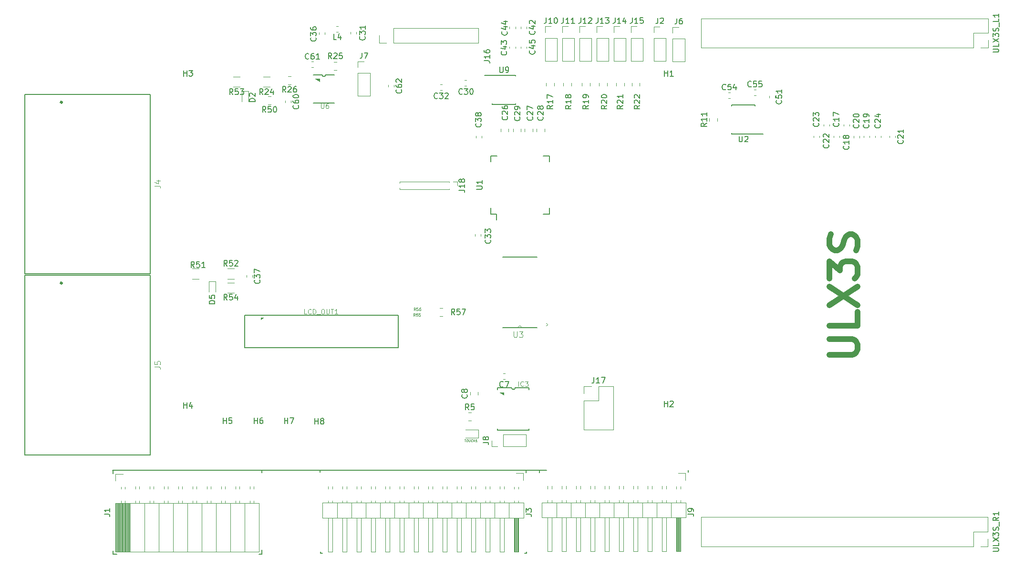
<source format=gbr>
G04 #@! TF.GenerationSoftware,KiCad,Pcbnew,5.0.2+dfsg1-1*
G04 #@! TF.CreationDate,2020-02-15T12:20:28+01:00*
G04 #@! TF.ProjectId,LCD_PMOD,4c43445f-504d-44f4-942e-6b696361645f,rev?*
G04 #@! TF.SameCoordinates,Original*
G04 #@! TF.FileFunction,Legend,Top*
G04 #@! TF.FilePolarity,Positive*
%FSLAX46Y46*%
G04 Gerber Fmt 4.6, Leading zero omitted, Abs format (unit mm)*
G04 Created by KiCad (PCBNEW 5.0.2+dfsg1-1) date subota, 15. veljače 2020. 12:20:28 CET*
%MOMM*%
%LPD*%
G01*
G04 APERTURE LIST*
%ADD10C,0.150000*%
%ADD11C,1.000000*%
%ADD12C,0.120000*%
%ADD13C,0.100000*%
%ADD14C,0.152400*%
%ADD15C,0.400000*%
%ADD16C,0.200000*%
%ADD17C,0.085000*%
%ADD18C,0.060000*%
%ADD19C,0.015000*%
G04 APERTURE END LIST*
D10*
X176730000Y-121540000D02*
X176730000Y-121920000D01*
X150290000Y-121580000D02*
X150290000Y-121960000D01*
X147950000Y-121570000D02*
X147950000Y-121940000D01*
X151520000Y-121570000D02*
X74520000Y-121570000D01*
X148000000Y-136290000D02*
X148000000Y-136050000D01*
X148000000Y-136290000D02*
X147700000Y-136290000D01*
X111410000Y-136310000D02*
X111790000Y-136310000D01*
X111410000Y-136300000D02*
X111410000Y-136010000D01*
X111350000Y-121570000D02*
X111350000Y-121880000D01*
X111350000Y-121570000D02*
X111760000Y-121570000D01*
X101000000Y-121580000D02*
X101000000Y-121940000D01*
X101000000Y-121580000D02*
X100660000Y-121580000D01*
X101000000Y-136430000D02*
X100470000Y-136430000D01*
X101000000Y-136420000D02*
X101000000Y-135690000D01*
X74600000Y-136430000D02*
X75230000Y-136430000D01*
X74600000Y-136420000D02*
X74600000Y-135840000D01*
X74590000Y-121570000D02*
X74590000Y-122120000D01*
X74600000Y-121570000D02*
X75280000Y-121570000D01*
D11*
X201761904Y-101095238D02*
X205809523Y-101095238D01*
X206285714Y-100857142D01*
X206523809Y-100619047D01*
X206761904Y-100142857D01*
X206761904Y-99190476D01*
X206523809Y-98714285D01*
X206285714Y-98476190D01*
X205809523Y-98238095D01*
X201761904Y-98238095D01*
X206761904Y-93476190D02*
X206761904Y-95857142D01*
X201761904Y-95857142D01*
X201761904Y-92285714D02*
X206761904Y-88952380D01*
X201761904Y-88952380D02*
X206761904Y-92285714D01*
X201761904Y-87523809D02*
X201761904Y-84428571D01*
X203666666Y-86095238D01*
X203666666Y-85380952D01*
X203904761Y-84904761D01*
X204142857Y-84666666D01*
X204619047Y-84428571D01*
X205809523Y-84428571D01*
X206285714Y-84666666D01*
X206523809Y-84904761D01*
X206761904Y-85380952D01*
X206761904Y-86809523D01*
X206523809Y-87285714D01*
X206285714Y-87523809D01*
X206523809Y-82523809D02*
X206761904Y-81809523D01*
X206761904Y-80619047D01*
X206523809Y-80142857D01*
X206285714Y-79904761D01*
X205809523Y-79666666D01*
X205333333Y-79666666D01*
X204857142Y-79904761D01*
X204619047Y-80142857D01*
X204380952Y-80619047D01*
X204142857Y-81571428D01*
X203904761Y-82047619D01*
X203666666Y-82285714D01*
X203190476Y-82523809D01*
X202714285Y-82523809D01*
X202238095Y-82285714D01*
X202000000Y-82047619D01*
X201761904Y-81571428D01*
X201761904Y-80380952D01*
X202000000Y-79666666D01*
D12*
G04 #@! TO.C,J3*
X147420000Y-122100000D02*
X147420000Y-123370000D01*
X146150000Y-122100000D02*
X147420000Y-122100000D01*
X112750000Y-124412929D02*
X112750000Y-124867071D01*
X113510000Y-124412929D02*
X113510000Y-124867071D01*
X112750000Y-126952929D02*
X112750000Y-127350000D01*
X113510000Y-126952929D02*
X113510000Y-127350000D01*
X112750000Y-136010000D02*
X112750000Y-130010000D01*
X113510000Y-136010000D02*
X112750000Y-136010000D01*
X113510000Y-130010000D02*
X113510000Y-136010000D01*
X114400000Y-127350000D02*
X114400000Y-130010000D01*
X115290000Y-124412929D02*
X115290000Y-124867071D01*
X116050000Y-124412929D02*
X116050000Y-124867071D01*
X115290000Y-126952929D02*
X115290000Y-127350000D01*
X116050000Y-126952929D02*
X116050000Y-127350000D01*
X115290000Y-136010000D02*
X115290000Y-130010000D01*
X116050000Y-136010000D02*
X115290000Y-136010000D01*
X116050000Y-130010000D02*
X116050000Y-136010000D01*
X116940000Y-127350000D02*
X116940000Y-130010000D01*
X117830000Y-124412929D02*
X117830000Y-124867071D01*
X118590000Y-124412929D02*
X118590000Y-124867071D01*
X117830000Y-126952929D02*
X117830000Y-127350000D01*
X118590000Y-126952929D02*
X118590000Y-127350000D01*
X117830000Y-136010000D02*
X117830000Y-130010000D01*
X118590000Y-136010000D02*
X117830000Y-136010000D01*
X118590000Y-130010000D02*
X118590000Y-136010000D01*
X119480000Y-127350000D02*
X119480000Y-130010000D01*
X120370000Y-124412929D02*
X120370000Y-124867071D01*
X121130000Y-124412929D02*
X121130000Y-124867071D01*
X120370000Y-126952929D02*
X120370000Y-127350000D01*
X121130000Y-126952929D02*
X121130000Y-127350000D01*
X120370000Y-136010000D02*
X120370000Y-130010000D01*
X121130000Y-136010000D02*
X120370000Y-136010000D01*
X121130000Y-130010000D02*
X121130000Y-136010000D01*
X122020000Y-127350000D02*
X122020000Y-130010000D01*
X122910000Y-124412929D02*
X122910000Y-124867071D01*
X123670000Y-124412929D02*
X123670000Y-124867071D01*
X122910000Y-126952929D02*
X122910000Y-127350000D01*
X123670000Y-126952929D02*
X123670000Y-127350000D01*
X122910000Y-136010000D02*
X122910000Y-130010000D01*
X123670000Y-136010000D02*
X122910000Y-136010000D01*
X123670000Y-130010000D02*
X123670000Y-136010000D01*
X124560000Y-127350000D02*
X124560000Y-130010000D01*
X125450000Y-124412929D02*
X125450000Y-124867071D01*
X126210000Y-124412929D02*
X126210000Y-124867071D01*
X125450000Y-126952929D02*
X125450000Y-127350000D01*
X126210000Y-126952929D02*
X126210000Y-127350000D01*
X125450000Y-136010000D02*
X125450000Y-130010000D01*
X126210000Y-136010000D02*
X125450000Y-136010000D01*
X126210000Y-130010000D02*
X126210000Y-136010000D01*
X127100000Y-127350000D02*
X127100000Y-130010000D01*
X127990000Y-124412929D02*
X127990000Y-124867071D01*
X128750000Y-124412929D02*
X128750000Y-124867071D01*
X127990000Y-126952929D02*
X127990000Y-127350000D01*
X128750000Y-126952929D02*
X128750000Y-127350000D01*
X127990000Y-136010000D02*
X127990000Y-130010000D01*
X128750000Y-136010000D02*
X127990000Y-136010000D01*
X128750000Y-130010000D02*
X128750000Y-136010000D01*
X129640000Y-127350000D02*
X129640000Y-130010000D01*
X130530000Y-124412929D02*
X130530000Y-124867071D01*
X131290000Y-124412929D02*
X131290000Y-124867071D01*
X130530000Y-126952929D02*
X130530000Y-127350000D01*
X131290000Y-126952929D02*
X131290000Y-127350000D01*
X130530000Y-136010000D02*
X130530000Y-130010000D01*
X131290000Y-136010000D02*
X130530000Y-136010000D01*
X131290000Y-130010000D02*
X131290000Y-136010000D01*
X132180000Y-127350000D02*
X132180000Y-130010000D01*
X133070000Y-124412929D02*
X133070000Y-124867071D01*
X133830000Y-124412929D02*
X133830000Y-124867071D01*
X133070000Y-126952929D02*
X133070000Y-127350000D01*
X133830000Y-126952929D02*
X133830000Y-127350000D01*
X133070000Y-136010000D02*
X133070000Y-130010000D01*
X133830000Y-136010000D02*
X133070000Y-136010000D01*
X133830000Y-130010000D02*
X133830000Y-136010000D01*
X134720000Y-127350000D02*
X134720000Y-130010000D01*
X135610000Y-124412929D02*
X135610000Y-124867071D01*
X136370000Y-124412929D02*
X136370000Y-124867071D01*
X135610000Y-126952929D02*
X135610000Y-127350000D01*
X136370000Y-126952929D02*
X136370000Y-127350000D01*
X135610000Y-136010000D02*
X135610000Y-130010000D01*
X136370000Y-136010000D02*
X135610000Y-136010000D01*
X136370000Y-130010000D02*
X136370000Y-136010000D01*
X137260000Y-127350000D02*
X137260000Y-130010000D01*
X138150000Y-124412929D02*
X138150000Y-124867071D01*
X138910000Y-124412929D02*
X138910000Y-124867071D01*
X138150000Y-126952929D02*
X138150000Y-127350000D01*
X138910000Y-126952929D02*
X138910000Y-127350000D01*
X138150000Y-136010000D02*
X138150000Y-130010000D01*
X138910000Y-136010000D02*
X138150000Y-136010000D01*
X138910000Y-130010000D02*
X138910000Y-136010000D01*
X139800000Y-127350000D02*
X139800000Y-130010000D01*
X140690000Y-124412929D02*
X140690000Y-124867071D01*
X141450000Y-124412929D02*
X141450000Y-124867071D01*
X140690000Y-126952929D02*
X140690000Y-127350000D01*
X141450000Y-126952929D02*
X141450000Y-127350000D01*
X140690000Y-136010000D02*
X140690000Y-130010000D01*
X141450000Y-136010000D02*
X140690000Y-136010000D01*
X141450000Y-130010000D02*
X141450000Y-136010000D01*
X142340000Y-127350000D02*
X142340000Y-130010000D01*
X143230000Y-124412929D02*
X143230000Y-124867071D01*
X143990000Y-124412929D02*
X143990000Y-124867071D01*
X143230000Y-126952929D02*
X143230000Y-127350000D01*
X143990000Y-126952929D02*
X143990000Y-127350000D01*
X143230000Y-136010000D02*
X143230000Y-130010000D01*
X143990000Y-136010000D02*
X143230000Y-136010000D01*
X143990000Y-130010000D02*
X143990000Y-136010000D01*
X144880000Y-127350000D02*
X144880000Y-130010000D01*
X145770000Y-124480000D02*
X145770000Y-124867071D01*
X146530000Y-124480000D02*
X146530000Y-124867071D01*
X145770000Y-126952929D02*
X145770000Y-127350000D01*
X146530000Y-126952929D02*
X146530000Y-127350000D01*
X145870000Y-130010000D02*
X145870000Y-136010000D01*
X145990000Y-130010000D02*
X145990000Y-136010000D01*
X146110000Y-130010000D02*
X146110000Y-136010000D01*
X146230000Y-130010000D02*
X146230000Y-136010000D01*
X146350000Y-130010000D02*
X146350000Y-136010000D01*
X146470000Y-130010000D02*
X146470000Y-136010000D01*
X145770000Y-136010000D02*
X145770000Y-130010000D01*
X146530000Y-136010000D02*
X145770000Y-136010000D01*
X146530000Y-130010000D02*
X146530000Y-136010000D01*
X147480000Y-130010000D02*
X147480000Y-127350000D01*
X111800000Y-130010000D02*
X147480000Y-130010000D01*
X111800000Y-127350000D02*
X111800000Y-130010000D01*
X147480000Y-127350000D02*
X111800000Y-127350000D01*
G04 #@! TO.C,J9*
X176260000Y-127310000D02*
X150740000Y-127310000D01*
X150740000Y-127310000D02*
X150740000Y-129970000D01*
X150740000Y-129970000D02*
X176260000Y-129970000D01*
X176260000Y-129970000D02*
X176260000Y-127310000D01*
X175310000Y-129970000D02*
X175310000Y-135970000D01*
X175310000Y-135970000D02*
X174550000Y-135970000D01*
X174550000Y-135970000D02*
X174550000Y-129970000D01*
X175250000Y-129970000D02*
X175250000Y-135970000D01*
X175130000Y-129970000D02*
X175130000Y-135970000D01*
X175010000Y-129970000D02*
X175010000Y-135970000D01*
X174890000Y-129970000D02*
X174890000Y-135970000D01*
X174770000Y-129970000D02*
X174770000Y-135970000D01*
X174650000Y-129970000D02*
X174650000Y-135970000D01*
X175310000Y-126912929D02*
X175310000Y-127310000D01*
X174550000Y-126912929D02*
X174550000Y-127310000D01*
X175310000Y-124440000D02*
X175310000Y-124827071D01*
X174550000Y-124440000D02*
X174550000Y-124827071D01*
X173660000Y-127310000D02*
X173660000Y-129970000D01*
X172770000Y-129970000D02*
X172770000Y-135970000D01*
X172770000Y-135970000D02*
X172010000Y-135970000D01*
X172010000Y-135970000D02*
X172010000Y-129970000D01*
X172770000Y-126912929D02*
X172770000Y-127310000D01*
X172010000Y-126912929D02*
X172010000Y-127310000D01*
X172770000Y-124372929D02*
X172770000Y-124827071D01*
X172010000Y-124372929D02*
X172010000Y-124827071D01*
X171120000Y-127310000D02*
X171120000Y-129970000D01*
X170230000Y-129970000D02*
X170230000Y-135970000D01*
X170230000Y-135970000D02*
X169470000Y-135970000D01*
X169470000Y-135970000D02*
X169470000Y-129970000D01*
X170230000Y-126912929D02*
X170230000Y-127310000D01*
X169470000Y-126912929D02*
X169470000Y-127310000D01*
X170230000Y-124372929D02*
X170230000Y-124827071D01*
X169470000Y-124372929D02*
X169470000Y-124827071D01*
X168580000Y-127310000D02*
X168580000Y-129970000D01*
X167690000Y-129970000D02*
X167690000Y-135970000D01*
X167690000Y-135970000D02*
X166930000Y-135970000D01*
X166930000Y-135970000D02*
X166930000Y-129970000D01*
X167690000Y-126912929D02*
X167690000Y-127310000D01*
X166930000Y-126912929D02*
X166930000Y-127310000D01*
X167690000Y-124372929D02*
X167690000Y-124827071D01*
X166930000Y-124372929D02*
X166930000Y-124827071D01*
X166040000Y-127310000D02*
X166040000Y-129970000D01*
X165150000Y-129970000D02*
X165150000Y-135970000D01*
X165150000Y-135970000D02*
X164390000Y-135970000D01*
X164390000Y-135970000D02*
X164390000Y-129970000D01*
X165150000Y-126912929D02*
X165150000Y-127310000D01*
X164390000Y-126912929D02*
X164390000Y-127310000D01*
X165150000Y-124372929D02*
X165150000Y-124827071D01*
X164390000Y-124372929D02*
X164390000Y-124827071D01*
X163500000Y-127310000D02*
X163500000Y-129970000D01*
X162610000Y-129970000D02*
X162610000Y-135970000D01*
X162610000Y-135970000D02*
X161850000Y-135970000D01*
X161850000Y-135970000D02*
X161850000Y-129970000D01*
X162610000Y-126912929D02*
X162610000Y-127310000D01*
X161850000Y-126912929D02*
X161850000Y-127310000D01*
X162610000Y-124372929D02*
X162610000Y-124827071D01*
X161850000Y-124372929D02*
X161850000Y-124827071D01*
X160960000Y-127310000D02*
X160960000Y-129970000D01*
X160070000Y-129970000D02*
X160070000Y-135970000D01*
X160070000Y-135970000D02*
X159310000Y-135970000D01*
X159310000Y-135970000D02*
X159310000Y-129970000D01*
X160070000Y-126912929D02*
X160070000Y-127310000D01*
X159310000Y-126912929D02*
X159310000Y-127310000D01*
X160070000Y-124372929D02*
X160070000Y-124827071D01*
X159310000Y-124372929D02*
X159310000Y-124827071D01*
X158420000Y-127310000D02*
X158420000Y-129970000D01*
X157530000Y-129970000D02*
X157530000Y-135970000D01*
X157530000Y-135970000D02*
X156770000Y-135970000D01*
X156770000Y-135970000D02*
X156770000Y-129970000D01*
X157530000Y-126912929D02*
X157530000Y-127310000D01*
X156770000Y-126912929D02*
X156770000Y-127310000D01*
X157530000Y-124372929D02*
X157530000Y-124827071D01*
X156770000Y-124372929D02*
X156770000Y-124827071D01*
X155880000Y-127310000D02*
X155880000Y-129970000D01*
X154990000Y-129970000D02*
X154990000Y-135970000D01*
X154990000Y-135970000D02*
X154230000Y-135970000D01*
X154230000Y-135970000D02*
X154230000Y-129970000D01*
X154990000Y-126912929D02*
X154990000Y-127310000D01*
X154230000Y-126912929D02*
X154230000Y-127310000D01*
X154990000Y-124372929D02*
X154990000Y-124827071D01*
X154230000Y-124372929D02*
X154230000Y-124827071D01*
X153340000Y-127310000D02*
X153340000Y-129970000D01*
X152450000Y-129970000D02*
X152450000Y-135970000D01*
X152450000Y-135970000D02*
X151690000Y-135970000D01*
X151690000Y-135970000D02*
X151690000Y-129970000D01*
X152450000Y-126912929D02*
X152450000Y-127310000D01*
X151690000Y-126912929D02*
X151690000Y-127310000D01*
X152450000Y-124372929D02*
X152450000Y-124827071D01*
X151690000Y-124372929D02*
X151690000Y-124827071D01*
X174930000Y-122060000D02*
X176200000Y-122060000D01*
X176200000Y-122060000D02*
X176200000Y-123330000D01*
G04 #@! TO.C,R53*
X97122064Y-53488000D02*
X95917936Y-53488000D01*
X97122064Y-51668000D02*
X95917936Y-51668000D01*
D13*
G04 #@! TO.C,IC3*
G36*
X143192095Y-107760498D02*
X144017595Y-107760498D01*
X144017595Y-108268498D01*
X143192095Y-107760498D01*
G37*
D10*
X145363795Y-106922298D02*
G75*
G03X145973395Y-106922298I304800J0D01*
G01*
X142874595Y-106922298D02*
X142874595Y-107201698D01*
X145363795Y-106922298D02*
X142874595Y-106922298D01*
X148462595Y-106922298D02*
X145973395Y-106922298D01*
X148462595Y-114440698D02*
X148462595Y-114161298D01*
X142874595Y-114440698D02*
X148462595Y-114440698D01*
X142874595Y-114161298D02*
X142874595Y-114440698D01*
X148462595Y-107201698D02*
X148462595Y-106922298D01*
G04 #@! TO.C,LCD_OUT1*
X125200000Y-99824000D02*
X125200000Y-94074000D01*
X98000000Y-99824000D02*
X125200000Y-99824000D01*
X98000000Y-99824000D02*
X98000000Y-94074000D01*
X98000000Y-94074000D02*
X125200000Y-94074000D01*
D13*
G36*
X101440000Y-94488000D02*
X100805000Y-94488000D01*
X100805000Y-94869000D01*
X101440000Y-94488000D01*
G37*
D12*
G04 #@! TO.C,ULX3S_L1*
X229930000Y-45212000D02*
X229930000Y-46542000D01*
X229930000Y-46542000D02*
X228600000Y-46542000D01*
X229930000Y-43942000D02*
X227330000Y-43942000D01*
X227330000Y-43942000D02*
X227330000Y-46542000D01*
X227330000Y-46542000D02*
X179010000Y-46542000D01*
X179010000Y-41342000D02*
X179010000Y-46542000D01*
X229930000Y-41342000D02*
X179010000Y-41342000D01*
X229930000Y-41342000D02*
X229930000Y-43942000D01*
G04 #@! TO.C,ULX3S_R1*
X229910000Y-129870000D02*
X229910000Y-132470000D01*
X229910000Y-129870000D02*
X178990000Y-129870000D01*
X178990000Y-129870000D02*
X178990000Y-135070000D01*
X227310000Y-135070000D02*
X178990000Y-135070000D01*
X227310000Y-132470000D02*
X227310000Y-135070000D01*
X229910000Y-132470000D02*
X227310000Y-132470000D01*
X229910000Y-135070000D02*
X228580000Y-135070000D01*
X229910000Y-133740000D02*
X229910000Y-135070000D01*
D14*
G04 #@! TO.C,U3*
X149838000Y-83721600D02*
X143742000Y-83721600D01*
X143742000Y-96218400D02*
X146485200Y-96218400D01*
X146485200Y-96218400D02*
X147094800Y-96218400D01*
X147094800Y-96218400D02*
X149838000Y-96218400D01*
D13*
X151514400Y-95507200D02*
G75*
G02X151514400Y-95913600I24950J-203200D01*
G01*
X146485200Y-96218400D02*
G75*
G02X147094800Y-96218400I304800J0D01*
G01*
D12*
G04 #@! TO.C,C7*
X144180779Y-104392000D02*
X143855221Y-104392000D01*
X144180779Y-105412000D02*
X143855221Y-105412000D01*
G04 #@! TO.C,C8*
X137974000Y-108208578D02*
X137974000Y-107691422D01*
X139394000Y-108208578D02*
X139394000Y-107691422D01*
G04 #@! TO.C,C17*
X202498315Y-62492144D02*
X202498315Y-62166586D01*
X203518315Y-62492144D02*
X203518315Y-62166586D01*
G04 #@! TO.C,C18*
X205296315Y-60134586D02*
X205296315Y-60460144D01*
X204276315Y-60134586D02*
X204276315Y-60460144D01*
G04 #@! TO.C,C19*
X208852315Y-62492144D02*
X208852315Y-62166586D01*
X207832315Y-62492144D02*
X207832315Y-62166586D01*
G04 #@! TO.C,C20*
X207074315Y-62517644D02*
X207074315Y-62192086D01*
X206054315Y-62517644D02*
X206054315Y-62192086D01*
G04 #@! TO.C,C21*
X213424315Y-62492144D02*
X213424315Y-62166586D01*
X212404315Y-62492144D02*
X212404315Y-62166586D01*
G04 #@! TO.C,C22*
X201740315Y-60134586D02*
X201740315Y-60460144D01*
X200720315Y-60134586D02*
X200720315Y-60460144D01*
G04 #@! TO.C,C23*
X199962315Y-62492144D02*
X199962315Y-62166586D01*
X198942315Y-62492144D02*
X198942315Y-62166586D01*
G04 #@! TO.C,C24*
X210884315Y-62492144D02*
X210884315Y-62166586D01*
X209864315Y-62492144D02*
X209864315Y-62166586D01*
G04 #@! TO.C,C30*
X136997221Y-52322000D02*
X137322779Y-52322000D01*
X136997221Y-53342000D02*
X137322779Y-53342000D01*
G04 #@! TO.C,C32*
X132679221Y-54104000D02*
X133004779Y-54104000D01*
X132679221Y-53084000D02*
X133004779Y-53084000D01*
G04 #@! TO.C,C33*
X139910000Y-79637221D02*
X139910000Y-79962779D01*
X138890000Y-79637221D02*
X138890000Y-79962779D01*
G04 #@! TO.C,C37*
X98296000Y-86959221D02*
X98296000Y-87284779D01*
X99316000Y-86959221D02*
X99316000Y-87284779D01*
G04 #@! TO.C,C38*
X140010000Y-62562779D02*
X140010000Y-62237221D01*
X138990000Y-62562779D02*
X138990000Y-62237221D01*
G04 #@! TO.C,C51*
X192088000Y-55396779D02*
X192088000Y-55071221D01*
X191068000Y-55396779D02*
X191068000Y-55071221D01*
G04 #@! TO.C,C54*
X183837221Y-55510000D02*
X184162779Y-55510000D01*
X183837221Y-54490000D02*
X184162779Y-54490000D01*
G04 #@! TO.C,C55*
X188367221Y-54982000D02*
X188692779Y-54982000D01*
X188367221Y-53962000D02*
X188692779Y-53962000D01*
G04 #@! TO.C,C60*
X106174000Y-55971221D02*
X106174000Y-56296779D01*
X105154000Y-55971221D02*
X105154000Y-56296779D01*
G04 #@! TO.C,C61*
X109819221Y-49020000D02*
X110144779Y-49020000D01*
X109819221Y-50040000D02*
X110144779Y-50040000D01*
G04 #@! TO.C,C62*
X123442000Y-53177221D02*
X123442000Y-53502779D01*
X124462000Y-53177221D02*
X124462000Y-53502779D01*
G04 #@! TO.C,R11*
X181874000Y-59556578D02*
X181874000Y-59039422D01*
X180454000Y-59556578D02*
X180454000Y-59039422D01*
G04 #@! TO.C,R17*
X152908486Y-53300168D02*
X152908486Y-52783012D01*
X151488486Y-53300168D02*
X151488486Y-52783012D01*
G04 #@! TO.C,R18*
X154536486Y-53300168D02*
X154536486Y-52783012D01*
X155956486Y-53300168D02*
X155956486Y-52783012D01*
G04 #@! TO.C,R19*
X159258486Y-53300168D02*
X159258486Y-52783012D01*
X157838486Y-53300168D02*
X157838486Y-52783012D01*
G04 #@! TO.C,R20*
X160886486Y-53300168D02*
X160886486Y-52783012D01*
X162306486Y-53300168D02*
X162306486Y-52783012D01*
G04 #@! TO.C,R21*
X165354486Y-53300168D02*
X165354486Y-52783012D01*
X163934486Y-53300168D02*
X163934486Y-52783012D01*
G04 #@! TO.C,R22*
X166676000Y-53344578D02*
X166676000Y-52827422D01*
X168096000Y-53344578D02*
X168096000Y-52827422D01*
G04 #@! TO.C,R25*
X114304578Y-49074000D02*
X113787422Y-49074000D01*
X114304578Y-50494000D02*
X113787422Y-50494000D01*
G04 #@! TO.C,R26*
X106176578Y-53034000D02*
X105659422Y-53034000D01*
X106176578Y-51614000D02*
X105659422Y-51614000D01*
D10*
G04 #@! TO.C,U2*
X188573000Y-61873000D02*
X188573000Y-61823000D01*
X184423000Y-61873000D02*
X184423000Y-61728000D01*
X184423000Y-56723000D02*
X184423000Y-56868000D01*
X188573000Y-56723000D02*
X188573000Y-56868000D01*
X188573000Y-61873000D02*
X184423000Y-61873000D01*
X188573000Y-56723000D02*
X184423000Y-56723000D01*
X188573000Y-61823000D02*
X189973000Y-61823000D01*
G04 #@! TO.C,U6*
X110142400Y-56337200D02*
X113885600Y-56337200D01*
X113885600Y-51358800D02*
X112318800Y-51358800D01*
X111709200Y-51358800D02*
X110142400Y-51358800D01*
X111709200Y-51358800D02*
G75*
G03X112318800Y-51358800I304800J0D01*
G01*
D13*
G36*
X110426500Y-52006500D02*
X111315500Y-52006500D01*
X111315500Y-52641500D01*
X110426500Y-52006500D01*
G37*
D12*
G04 #@! TO.C,TOUCH1*
X137122000Y-115797000D02*
X139407000Y-115797000D01*
X139407000Y-115797000D02*
X139407000Y-114327000D01*
X139407000Y-114327000D02*
X137122000Y-114327000D01*
G04 #@! TO.C,D2*
X98644000Y-54222000D02*
X97444000Y-54222000D01*
X98644000Y-56072000D02*
X98644000Y-54222000D01*
X97444000Y-56072000D02*
X97444000Y-54222000D01*
G04 #@! TO.C,C26*
X143390000Y-61458578D02*
X143390000Y-60941422D01*
X144810000Y-61458578D02*
X144810000Y-60941422D01*
G04 #@! TO.C,C27*
X149110000Y-60941422D02*
X149110000Y-61458578D01*
X147690000Y-60941422D02*
X147690000Y-61458578D01*
G04 #@! TO.C,C28*
X149790000Y-60941422D02*
X149790000Y-61458578D01*
X151210000Y-60941422D02*
X151210000Y-61458578D01*
G04 #@! TO.C,C29*
X145590000Y-61458578D02*
X145590000Y-60941422D01*
X147010000Y-61458578D02*
X147010000Y-60941422D01*
G04 #@! TO.C,D5*
X92802000Y-88004000D02*
X91602000Y-88004000D01*
X92802000Y-89854000D02*
X92802000Y-88004000D01*
X91602000Y-89854000D02*
X91602000Y-88004000D01*
G04 #@! TO.C,J2*
X170586000Y-42792000D02*
X171646000Y-42792000D01*
X170586000Y-43852000D02*
X170586000Y-42792000D01*
X170586000Y-44852000D02*
X172706000Y-44852000D01*
X172706000Y-44852000D02*
X172706000Y-48912000D01*
X170586000Y-44852000D02*
X170586000Y-48912000D01*
X170586000Y-48912000D02*
X172706000Y-48912000D01*
G04 #@! TO.C,J6*
X173946000Y-49002000D02*
X176066000Y-49002000D01*
X173946000Y-44942000D02*
X173946000Y-49002000D01*
X176066000Y-44942000D02*
X176066000Y-49002000D01*
X173946000Y-44942000D02*
X176066000Y-44942000D01*
X173946000Y-43942000D02*
X173946000Y-42882000D01*
X173946000Y-42882000D02*
X175006000Y-42882000D01*
G04 #@! TO.C,J7*
X118066000Y-48978000D02*
X119126000Y-48978000D01*
X118066000Y-50038000D02*
X118066000Y-48978000D01*
X118066000Y-51038000D02*
X120186000Y-51038000D01*
X120186000Y-51038000D02*
X120186000Y-55098000D01*
X118066000Y-51038000D02*
X118066000Y-55098000D01*
X118066000Y-55098000D02*
X120186000Y-55098000D01*
G04 #@! TO.C,J8*
X147934595Y-117329498D02*
X147934595Y-115209498D01*
X143874595Y-117329498D02*
X147934595Y-117329498D01*
X143874595Y-115209498D02*
X147934595Y-115209498D01*
X143874595Y-117329498D02*
X143874595Y-115209498D01*
X142874595Y-117329498D02*
X141814595Y-117329498D01*
X141814595Y-117329498D02*
X141814595Y-116269498D01*
G04 #@! TO.C,J10*
X151259001Y-48881001D02*
X153379001Y-48881001D01*
X151259001Y-44821001D02*
X151259001Y-48881001D01*
X153379001Y-44821001D02*
X153379001Y-48881001D01*
X151259001Y-44821001D02*
X153379001Y-44821001D01*
X151259001Y-43821001D02*
X151259001Y-42761001D01*
X151259001Y-42761001D02*
X152319001Y-42761001D01*
G04 #@! TO.C,J11*
X154309001Y-42761001D02*
X155369001Y-42761001D01*
X154309001Y-43821001D02*
X154309001Y-42761001D01*
X154309001Y-44821001D02*
X156429001Y-44821001D01*
X156429001Y-44821001D02*
X156429001Y-48881001D01*
X154309001Y-44821001D02*
X154309001Y-48881001D01*
X154309001Y-48881001D02*
X156429001Y-48881001D01*
G04 #@! TO.C,J12*
X157359001Y-48881001D02*
X159479001Y-48881001D01*
X157359001Y-44821001D02*
X157359001Y-48881001D01*
X159479001Y-44821001D02*
X159479001Y-48881001D01*
X157359001Y-44821001D02*
X159479001Y-44821001D01*
X157359001Y-43821001D02*
X157359001Y-42761001D01*
X157359001Y-42761001D02*
X158419001Y-42761001D01*
G04 #@! TO.C,J13*
X160409001Y-48881001D02*
X162529001Y-48881001D01*
X160409001Y-44821001D02*
X160409001Y-48881001D01*
X162529001Y-44821001D02*
X162529001Y-48881001D01*
X160409001Y-44821001D02*
X162529001Y-44821001D01*
X160409001Y-43821001D02*
X160409001Y-42761001D01*
X160409001Y-42761001D02*
X161469001Y-42761001D01*
G04 #@! TO.C,J14*
X163459001Y-42761001D02*
X164519001Y-42761001D01*
X163459001Y-43821001D02*
X163459001Y-42761001D01*
X163459001Y-44821001D02*
X165579001Y-44821001D01*
X165579001Y-44821001D02*
X165579001Y-48881001D01*
X163459001Y-44821001D02*
X163459001Y-48881001D01*
X163459001Y-48881001D02*
X165579001Y-48881001D01*
G04 #@! TO.C,J15*
X166509001Y-42761001D02*
X167569001Y-42761001D01*
X166509001Y-43821001D02*
X166509001Y-42761001D01*
X166509001Y-44821001D02*
X168629001Y-44821001D01*
X168629001Y-44821001D02*
X168629001Y-48881001D01*
X166509001Y-44821001D02*
X166509001Y-48881001D01*
X166509001Y-48881001D02*
X168629001Y-48881001D01*
G04 #@! TO.C,R50*
X102620578Y-56590000D02*
X102103422Y-56590000D01*
X102620578Y-55170000D02*
X102103422Y-55170000D01*
G04 #@! TO.C,R51*
X89874064Y-87580000D02*
X88669936Y-87580000D01*
X89874064Y-85760000D02*
X88669936Y-85760000D01*
G04 #@! TO.C,R52*
X96106064Y-85760000D02*
X94901936Y-85760000D01*
X96106064Y-87580000D02*
X94901936Y-87580000D01*
G04 #@! TO.C,R54*
X96106064Y-90064000D02*
X94901936Y-90064000D01*
X96106064Y-88244000D02*
X94901936Y-88244000D01*
D10*
G04 #@! TO.C,U1*
X141689000Y-76075000D02*
X142689000Y-76075000D01*
X141689000Y-65725000D02*
X142764000Y-65725000D01*
X152039000Y-65725000D02*
X150964000Y-65725000D01*
X152039000Y-76075000D02*
X150964000Y-76075000D01*
X141689000Y-76075000D02*
X141689000Y-75000000D01*
X152039000Y-76075000D02*
X152039000Y-75000000D01*
X152039000Y-65725000D02*
X152039000Y-66800000D01*
X141689000Y-65725000D02*
X141689000Y-66800000D01*
X142689000Y-76075000D02*
X142689000Y-77100000D01*
D12*
G04 #@! TO.C,R5*
X137663422Y-111304000D02*
X138180578Y-111304000D01*
X137663422Y-112724000D02*
X138180578Y-112724000D01*
G04 #@! TO.C,R24*
X102456064Y-53488000D02*
X101251936Y-53488000D01*
X102456064Y-51668000D02*
X101251936Y-51668000D01*
G04 #@! TO.C,J17*
X158182000Y-114360000D02*
X163382000Y-114360000D01*
X158182000Y-109220000D02*
X158182000Y-114360000D01*
X163382000Y-106620000D02*
X163382000Y-114360000D01*
X158182000Y-109220000D02*
X160782000Y-109220000D01*
X160782000Y-109220000D02*
X160782000Y-106620000D01*
X160782000Y-106620000D02*
X163382000Y-106620000D01*
X158182000Y-107950000D02*
X158182000Y-106620000D01*
X158182000Y-106620000D02*
X159512000Y-106620000D01*
D15*
G04 #@! TO.C,J4*
X65506000Y-56209000D02*
G75*
G03X65506000Y-56209000I-100000J0D01*
G01*
D16*
X58956000Y-54804000D02*
X81156000Y-54804000D01*
X58956000Y-86674000D02*
X58956000Y-54804000D01*
X81156000Y-86674000D02*
X58956000Y-86674000D01*
X81156000Y-54804000D02*
X81156000Y-86674000D01*
G04 #@! TO.C,J5*
X81156000Y-86935000D02*
X81156000Y-118805000D01*
X81156000Y-118805000D02*
X58956000Y-118805000D01*
X58956000Y-118805000D02*
X58956000Y-86935000D01*
X58956000Y-86935000D02*
X81156000Y-86935000D01*
D15*
X65506000Y-88340000D02*
G75*
G03X65506000Y-88340000I-100000J0D01*
G01*
D12*
G04 #@! TO.C,R57*
X132583422Y-92762000D02*
X133100578Y-92762000D01*
X132583422Y-94182000D02*
X133100578Y-94182000D01*
G04 #@! TO.C,C42*
X148010000Y-42837221D02*
X148010000Y-43162779D01*
X146990000Y-42837221D02*
X146990000Y-43162779D01*
G04 #@! TO.C,C43*
X144990000Y-46337221D02*
X144990000Y-46662779D01*
X146010000Y-46337221D02*
X146010000Y-46662779D01*
G04 #@! TO.C,C44*
X146010000Y-42837221D02*
X146010000Y-43162779D01*
X144990000Y-42837221D02*
X144990000Y-43162779D01*
G04 #@! TO.C,C45*
X146990000Y-46337221D02*
X146990000Y-46662779D01*
X148010000Y-46337221D02*
X148010000Y-46662779D01*
D10*
G04 #@! TO.C,U9*
X141925000Y-51425000D02*
X141925000Y-51475000D01*
X146075000Y-51425000D02*
X146075000Y-51570000D01*
X146075000Y-56575000D02*
X146075000Y-56430000D01*
X141925000Y-56575000D02*
X141925000Y-56430000D01*
X141925000Y-51425000D02*
X146075000Y-51425000D01*
X141925000Y-56575000D02*
X146075000Y-56575000D01*
X141925000Y-51475000D02*
X140525000Y-51475000D01*
D12*
G04 #@! TO.C,J18*
X125440000Y-70305000D02*
X125440000Y-70605507D01*
X125440000Y-71394493D02*
X125440000Y-71695000D01*
X134315000Y-70305000D02*
X125440000Y-70305000D01*
X134315000Y-71695000D02*
X125440000Y-71695000D01*
X134315000Y-70305000D02*
X134315000Y-70391724D01*
X134315000Y-71608276D02*
X134315000Y-71695000D01*
X135000000Y-70305000D02*
X135685000Y-70305000D01*
X135685000Y-70305000D02*
X135685000Y-71000000D01*
G04 #@! TO.C,C31*
X116790000Y-43737221D02*
X116790000Y-44062779D01*
X117810000Y-43737221D02*
X117810000Y-44062779D01*
G04 #@! TO.C,C36*
X112210000Y-43837221D02*
X112210000Y-44162779D01*
X111190000Y-43837221D02*
X111190000Y-44162779D01*
G04 #@! TO.C,L4*
X114562779Y-43710000D02*
X114237221Y-43710000D01*
X114562779Y-42690000D02*
X114237221Y-42690000D01*
G04 #@! TO.C,J16*
X139420000Y-45695000D02*
X139420000Y-43045000D01*
X124410000Y-45695000D02*
X139420000Y-45695000D01*
X124410000Y-43035000D02*
X139410000Y-43035000D01*
X124410000Y-45695000D02*
X124410000Y-43035000D01*
X123140000Y-45695000D02*
X121810000Y-45695000D01*
X121810000Y-45695000D02*
X121810000Y-44365000D01*
G04 #@! TO.C,J1*
X75020000Y-123375000D02*
X75020000Y-122265000D01*
X75020000Y-122265000D02*
X76350000Y-122265000D01*
X75020000Y-136005000D02*
X100540000Y-136005000D01*
X100540000Y-136005000D02*
X100540000Y-127375000D01*
X75020000Y-127375000D02*
X100540000Y-127375000D01*
X75020000Y-136005000D02*
X75020000Y-127375000D01*
X97940000Y-136005000D02*
X97940000Y-127375000D01*
X95400000Y-136005000D02*
X95400000Y-127375000D01*
X92860000Y-136005000D02*
X92860000Y-127375000D01*
X90320000Y-136005000D02*
X90320000Y-127375000D01*
X87780000Y-136005000D02*
X87780000Y-127375000D01*
X85240000Y-136005000D02*
X85240000Y-127375000D01*
X82700000Y-136005000D02*
X82700000Y-127375000D01*
X80160000Y-136005000D02*
X80160000Y-127375000D01*
X77620000Y-136005000D02*
X77620000Y-127375000D01*
X99570000Y-124865000D02*
X99570000Y-124425000D01*
X99570000Y-127375000D02*
X99570000Y-126965000D01*
X98850000Y-124865000D02*
X98850000Y-124425000D01*
X98850000Y-127375000D02*
X98850000Y-126965000D01*
X97030000Y-124865000D02*
X97030000Y-124425000D01*
X97030000Y-127375000D02*
X97030000Y-126965000D01*
X96310000Y-124865000D02*
X96310000Y-124425000D01*
X96310000Y-127375000D02*
X96310000Y-126965000D01*
X94490000Y-124865000D02*
X94490000Y-124425000D01*
X94490000Y-127375000D02*
X94490000Y-126965000D01*
X93770000Y-124865000D02*
X93770000Y-124425000D01*
X93770000Y-127375000D02*
X93770000Y-126965000D01*
X91950000Y-124865000D02*
X91950000Y-124425000D01*
X91950000Y-127375000D02*
X91950000Y-126965000D01*
X91230000Y-124865000D02*
X91230000Y-124425000D01*
X91230000Y-127375000D02*
X91230000Y-126965000D01*
X89410000Y-124865000D02*
X89410000Y-124425000D01*
X89410000Y-127375000D02*
X89410000Y-126965000D01*
X88690000Y-124865000D02*
X88690000Y-124425000D01*
X88690000Y-127375000D02*
X88690000Y-126965000D01*
X86870000Y-124865000D02*
X86870000Y-124425000D01*
X86870000Y-127375000D02*
X86870000Y-126965000D01*
X86150000Y-124865000D02*
X86150000Y-124425000D01*
X86150000Y-127375000D02*
X86150000Y-126965000D01*
X84330000Y-124865000D02*
X84330000Y-124425000D01*
X84330000Y-127375000D02*
X84330000Y-126965000D01*
X83610000Y-124865000D02*
X83610000Y-124425000D01*
X83610000Y-127375000D02*
X83610000Y-126965000D01*
X81790000Y-124865000D02*
X81790000Y-124425000D01*
X81790000Y-127375000D02*
X81790000Y-126965000D01*
X81070000Y-124865000D02*
X81070000Y-124425000D01*
X81070000Y-127375000D02*
X81070000Y-126965000D01*
X79250000Y-124865000D02*
X79250000Y-124425000D01*
X79250000Y-127375000D02*
X79250000Y-126965000D01*
X78530000Y-124865000D02*
X78530000Y-124425000D01*
X78530000Y-127375000D02*
X78530000Y-126965000D01*
X76710000Y-124865000D02*
X76710000Y-124485000D01*
X76710000Y-127375000D02*
X76710000Y-126965000D01*
X75990000Y-124865000D02*
X75990000Y-124485000D01*
X75990000Y-127375000D02*
X75990000Y-126965000D01*
X77501900Y-136005000D02*
X77501900Y-127375000D01*
X77383805Y-136005000D02*
X77383805Y-127375000D01*
X77265710Y-136005000D02*
X77265710Y-127375000D01*
X77147615Y-136005000D02*
X77147615Y-127375000D01*
X77029520Y-136005000D02*
X77029520Y-127375000D01*
X76911425Y-136005000D02*
X76911425Y-127375000D01*
X76793330Y-136005000D02*
X76793330Y-127375000D01*
X76675235Y-136005000D02*
X76675235Y-127375000D01*
X76557140Y-136005000D02*
X76557140Y-127375000D01*
X76439045Y-136005000D02*
X76439045Y-127375000D01*
X76320950Y-136005000D02*
X76320950Y-127375000D01*
X76202855Y-136005000D02*
X76202855Y-127375000D01*
X76084760Y-136005000D02*
X76084760Y-127375000D01*
X75966665Y-136005000D02*
X75966665Y-127375000D01*
X75848570Y-136005000D02*
X75848570Y-127375000D01*
X75730475Y-136005000D02*
X75730475Y-127375000D01*
X75612380Y-136005000D02*
X75612380Y-127375000D01*
X75494285Y-136005000D02*
X75494285Y-127375000D01*
X75376190Y-136005000D02*
X75376190Y-127375000D01*
X75258095Y-136005000D02*
X75258095Y-127375000D01*
X75140000Y-136005000D02*
X75140000Y-127375000D01*
G04 #@! TO.C,J3*
D10*
X147872380Y-129358333D02*
X148586666Y-129358333D01*
X148729523Y-129405952D01*
X148824761Y-129501190D01*
X148872380Y-129644047D01*
X148872380Y-129739285D01*
X147872380Y-128977380D02*
X147872380Y-128358333D01*
X148253333Y-128691666D01*
X148253333Y-128548809D01*
X148300952Y-128453571D01*
X148348571Y-128405952D01*
X148443809Y-128358333D01*
X148681904Y-128358333D01*
X148777142Y-128405952D01*
X148824761Y-128453571D01*
X148872380Y-128548809D01*
X148872380Y-128834523D01*
X148824761Y-128929761D01*
X148777142Y-128977380D01*
G04 #@! TO.C,J9*
X176652380Y-129318333D02*
X177366666Y-129318333D01*
X177509523Y-129365952D01*
X177604761Y-129461190D01*
X177652380Y-129604047D01*
X177652380Y-129699285D01*
X177652380Y-128794523D02*
X177652380Y-128604047D01*
X177604761Y-128508809D01*
X177557142Y-128461190D01*
X177414285Y-128365952D01*
X177223809Y-128318333D01*
X176842857Y-128318333D01*
X176747619Y-128365952D01*
X176700000Y-128413571D01*
X176652380Y-128508809D01*
X176652380Y-128699285D01*
X176700000Y-128794523D01*
X176747619Y-128842142D01*
X176842857Y-128889761D01*
X177080952Y-128889761D01*
X177176190Y-128842142D01*
X177223809Y-128794523D01*
X177271428Y-128699285D01*
X177271428Y-128508809D01*
X177223809Y-128413571D01*
X177176190Y-128365952D01*
X177080952Y-128318333D01*
G04 #@! TO.C,R53*
X95877142Y-54850380D02*
X95543809Y-54374190D01*
X95305714Y-54850380D02*
X95305714Y-53850380D01*
X95686666Y-53850380D01*
X95781904Y-53898000D01*
X95829523Y-53945619D01*
X95877142Y-54040857D01*
X95877142Y-54183714D01*
X95829523Y-54278952D01*
X95781904Y-54326571D01*
X95686666Y-54374190D01*
X95305714Y-54374190D01*
X96781904Y-53850380D02*
X96305714Y-53850380D01*
X96258095Y-54326571D01*
X96305714Y-54278952D01*
X96400952Y-54231333D01*
X96639047Y-54231333D01*
X96734285Y-54278952D01*
X96781904Y-54326571D01*
X96829523Y-54421809D01*
X96829523Y-54659904D01*
X96781904Y-54755142D01*
X96734285Y-54802761D01*
X96639047Y-54850380D01*
X96400952Y-54850380D01*
X96305714Y-54802761D01*
X96258095Y-54755142D01*
X97162857Y-53850380D02*
X97781904Y-53850380D01*
X97448571Y-54231333D01*
X97591428Y-54231333D01*
X97686666Y-54278952D01*
X97734285Y-54326571D01*
X97781904Y-54421809D01*
X97781904Y-54659904D01*
X97734285Y-54755142D01*
X97686666Y-54802761D01*
X97591428Y-54850380D01*
X97305714Y-54850380D01*
X97210476Y-54802761D01*
X97162857Y-54755142D01*
G04 #@! TO.C,IC3*
D17*
X146561630Y-106639523D02*
X146561630Y-105789523D01*
X147452107Y-106558571D02*
X147411630Y-106599047D01*
X147290202Y-106639523D01*
X147209250Y-106639523D01*
X147087821Y-106599047D01*
X147006869Y-106518095D01*
X146966392Y-106437142D01*
X146925916Y-106275238D01*
X146925916Y-106153809D01*
X146966392Y-105991904D01*
X147006869Y-105910952D01*
X147087821Y-105830000D01*
X147209250Y-105789523D01*
X147290202Y-105789523D01*
X147411630Y-105830000D01*
X147452107Y-105870476D01*
X147735440Y-105789523D02*
X148261630Y-105789523D01*
X147978297Y-106113333D01*
X148099726Y-106113333D01*
X148180678Y-106153809D01*
X148221154Y-106194285D01*
X148261630Y-106275238D01*
X148261630Y-106477619D01*
X148221154Y-106558571D01*
X148180678Y-106599047D01*
X148099726Y-106639523D01*
X147856869Y-106639523D01*
X147775916Y-106599047D01*
X147735440Y-106558571D01*
G04 #@! TO.C,LCD_OUT1*
X108960392Y-93812523D02*
X108555630Y-93812523D01*
X108555630Y-92962523D01*
X109729440Y-93731571D02*
X109688964Y-93772047D01*
X109567535Y-93812523D01*
X109486583Y-93812523D01*
X109365154Y-93772047D01*
X109284202Y-93691095D01*
X109243726Y-93610142D01*
X109203250Y-93448238D01*
X109203250Y-93326809D01*
X109243726Y-93164904D01*
X109284202Y-93083952D01*
X109365154Y-93003000D01*
X109486583Y-92962523D01*
X109567535Y-92962523D01*
X109688964Y-93003000D01*
X109729440Y-93043476D01*
X110093726Y-93812523D02*
X110093726Y-92962523D01*
X110296107Y-92962523D01*
X110417535Y-93003000D01*
X110498488Y-93083952D01*
X110538964Y-93164904D01*
X110579440Y-93326809D01*
X110579440Y-93448238D01*
X110538964Y-93610142D01*
X110498488Y-93691095D01*
X110417535Y-93772047D01*
X110296107Y-93812523D01*
X110093726Y-93812523D01*
X110741345Y-93893476D02*
X111388964Y-93893476D01*
X111753250Y-92962523D02*
X111915154Y-92962523D01*
X111996107Y-93003000D01*
X112077059Y-93083952D01*
X112117535Y-93245857D01*
X112117535Y-93529190D01*
X112077059Y-93691095D01*
X111996107Y-93772047D01*
X111915154Y-93812523D01*
X111753250Y-93812523D01*
X111672297Y-93772047D01*
X111591345Y-93691095D01*
X111550869Y-93529190D01*
X111550869Y-93245857D01*
X111591345Y-93083952D01*
X111672297Y-93003000D01*
X111753250Y-92962523D01*
X112481821Y-92962523D02*
X112481821Y-93650619D01*
X112522297Y-93731571D01*
X112562773Y-93772047D01*
X112643726Y-93812523D01*
X112805630Y-93812523D01*
X112886583Y-93772047D01*
X112927059Y-93731571D01*
X112967535Y-93650619D01*
X112967535Y-92962523D01*
X113250869Y-92962523D02*
X113736583Y-92962523D01*
X113493726Y-93812523D02*
X113493726Y-92962523D01*
X114465154Y-93812523D02*
X113979440Y-93812523D01*
X114222297Y-93812523D02*
X114222297Y-92962523D01*
X114141345Y-93083952D01*
X114060392Y-93164904D01*
X113979440Y-93205380D01*
G04 #@! TO.C,ULX3S_L1*
D10*
X230822380Y-47322952D02*
X231631904Y-47322952D01*
X231727142Y-47275333D01*
X231774761Y-47227714D01*
X231822380Y-47132476D01*
X231822380Y-46942000D01*
X231774761Y-46846761D01*
X231727142Y-46799142D01*
X231631904Y-46751523D01*
X230822380Y-46751523D01*
X231822380Y-45799142D02*
X231822380Y-46275333D01*
X230822380Y-46275333D01*
X230822380Y-45561047D02*
X231822380Y-44894380D01*
X230822380Y-44894380D02*
X231822380Y-45561047D01*
X230822380Y-44608666D02*
X230822380Y-43989619D01*
X231203333Y-44322952D01*
X231203333Y-44180095D01*
X231250952Y-44084857D01*
X231298571Y-44037238D01*
X231393809Y-43989619D01*
X231631904Y-43989619D01*
X231727142Y-44037238D01*
X231774761Y-44084857D01*
X231822380Y-44180095D01*
X231822380Y-44465809D01*
X231774761Y-44561047D01*
X231727142Y-44608666D01*
X231774761Y-43608666D02*
X231822380Y-43465809D01*
X231822380Y-43227714D01*
X231774761Y-43132476D01*
X231727142Y-43084857D01*
X231631904Y-43037238D01*
X231536666Y-43037238D01*
X231441428Y-43084857D01*
X231393809Y-43132476D01*
X231346190Y-43227714D01*
X231298571Y-43418190D01*
X231250952Y-43513428D01*
X231203333Y-43561047D01*
X231108095Y-43608666D01*
X231012857Y-43608666D01*
X230917619Y-43561047D01*
X230870000Y-43513428D01*
X230822380Y-43418190D01*
X230822380Y-43180095D01*
X230870000Y-43037238D01*
X231917619Y-42846761D02*
X231917619Y-42084857D01*
X231822380Y-41370571D02*
X231822380Y-41846761D01*
X230822380Y-41846761D01*
X231822380Y-40513428D02*
X231822380Y-41084857D01*
X231822380Y-40799142D02*
X230822380Y-40799142D01*
X230965238Y-40894380D01*
X231060476Y-40989619D01*
X231108095Y-41084857D01*
G04 #@! TO.C,ULX3S_R1*
X230802380Y-135946190D02*
X231611904Y-135946190D01*
X231707142Y-135898571D01*
X231754761Y-135850952D01*
X231802380Y-135755714D01*
X231802380Y-135565238D01*
X231754761Y-135470000D01*
X231707142Y-135422380D01*
X231611904Y-135374761D01*
X230802380Y-135374761D01*
X231802380Y-134422380D02*
X231802380Y-134898571D01*
X230802380Y-134898571D01*
X230802380Y-134184285D02*
X231802380Y-133517619D01*
X230802380Y-133517619D02*
X231802380Y-134184285D01*
X230802380Y-133231904D02*
X230802380Y-132612857D01*
X231183333Y-132946190D01*
X231183333Y-132803333D01*
X231230952Y-132708095D01*
X231278571Y-132660476D01*
X231373809Y-132612857D01*
X231611904Y-132612857D01*
X231707142Y-132660476D01*
X231754761Y-132708095D01*
X231802380Y-132803333D01*
X231802380Y-133089047D01*
X231754761Y-133184285D01*
X231707142Y-133231904D01*
X231754761Y-132231904D02*
X231802380Y-132089047D01*
X231802380Y-131850952D01*
X231754761Y-131755714D01*
X231707142Y-131708095D01*
X231611904Y-131660476D01*
X231516666Y-131660476D01*
X231421428Y-131708095D01*
X231373809Y-131755714D01*
X231326190Y-131850952D01*
X231278571Y-132041428D01*
X231230952Y-132136666D01*
X231183333Y-132184285D01*
X231088095Y-132231904D01*
X230992857Y-132231904D01*
X230897619Y-132184285D01*
X230850000Y-132136666D01*
X230802380Y-132041428D01*
X230802380Y-131803333D01*
X230850000Y-131660476D01*
X231897619Y-131470000D02*
X231897619Y-130708095D01*
X231802380Y-129898571D02*
X231326190Y-130231904D01*
X231802380Y-130470000D02*
X230802380Y-130470000D01*
X230802380Y-130089047D01*
X230850000Y-129993809D01*
X230897619Y-129946190D01*
X230992857Y-129898571D01*
X231135714Y-129898571D01*
X231230952Y-129946190D01*
X231278571Y-129993809D01*
X231326190Y-130089047D01*
X231326190Y-130470000D01*
X231802380Y-128946190D02*
X231802380Y-129517619D01*
X231802380Y-129231904D02*
X230802380Y-129231904D01*
X230945238Y-129327142D01*
X231040476Y-129422380D01*
X231088095Y-129517619D01*
G04 #@! TO.C,U3*
D13*
X145738095Y-96952380D02*
X145738095Y-97761904D01*
X145785714Y-97857142D01*
X145833333Y-97904761D01*
X145928571Y-97952380D01*
X146119047Y-97952380D01*
X146214285Y-97904761D01*
X146261904Y-97857142D01*
X146309523Y-97761904D01*
X146309523Y-96952380D01*
X146690476Y-96952380D02*
X147309523Y-96952380D01*
X146976190Y-97333333D01*
X147119047Y-97333333D01*
X147214285Y-97380952D01*
X147261904Y-97428571D01*
X147309523Y-97523809D01*
X147309523Y-97761904D01*
X147261904Y-97857142D01*
X147214285Y-97904761D01*
X147119047Y-97952380D01*
X146833333Y-97952380D01*
X146738095Y-97904761D01*
X146690476Y-97857142D01*
G04 #@! TO.C,C7*
D10*
X143851333Y-106689142D02*
X143803714Y-106736761D01*
X143660857Y-106784380D01*
X143565619Y-106784380D01*
X143422761Y-106736761D01*
X143327523Y-106641523D01*
X143279904Y-106546285D01*
X143232285Y-106355809D01*
X143232285Y-106212952D01*
X143279904Y-106022476D01*
X143327523Y-105927238D01*
X143422761Y-105832000D01*
X143565619Y-105784380D01*
X143660857Y-105784380D01*
X143803714Y-105832000D01*
X143851333Y-105879619D01*
X144184666Y-105784380D02*
X144851333Y-105784380D01*
X144422761Y-106784380D01*
G04 #@! TO.C,C8*
X137391142Y-108116666D02*
X137438761Y-108164285D01*
X137486380Y-108307142D01*
X137486380Y-108402380D01*
X137438761Y-108545238D01*
X137343523Y-108640476D01*
X137248285Y-108688095D01*
X137057809Y-108735714D01*
X136914952Y-108735714D01*
X136724476Y-108688095D01*
X136629238Y-108640476D01*
X136534000Y-108545238D01*
X136486380Y-108402380D01*
X136486380Y-108307142D01*
X136534000Y-108164285D01*
X136581619Y-108116666D01*
X136914952Y-107545238D02*
X136867333Y-107640476D01*
X136819714Y-107688095D01*
X136724476Y-107735714D01*
X136676857Y-107735714D01*
X136581619Y-107688095D01*
X136534000Y-107640476D01*
X136486380Y-107545238D01*
X136486380Y-107354761D01*
X136534000Y-107259523D01*
X136581619Y-107211904D01*
X136676857Y-107164285D01*
X136724476Y-107164285D01*
X136819714Y-107211904D01*
X136867333Y-107259523D01*
X136914952Y-107354761D01*
X136914952Y-107545238D01*
X136962571Y-107640476D01*
X137010190Y-107688095D01*
X137105428Y-107735714D01*
X137295904Y-107735714D01*
X137391142Y-107688095D01*
X137438761Y-107640476D01*
X137486380Y-107545238D01*
X137486380Y-107354761D01*
X137438761Y-107259523D01*
X137391142Y-107211904D01*
X137295904Y-107164285D01*
X137105428Y-107164285D01*
X137010190Y-107211904D01*
X136962571Y-107259523D01*
X136914952Y-107354761D01*
G04 #@! TO.C,C17*
X203365457Y-59924222D02*
X203413076Y-59971841D01*
X203460695Y-60114698D01*
X203460695Y-60209936D01*
X203413076Y-60352793D01*
X203317838Y-60448031D01*
X203222600Y-60495650D01*
X203032124Y-60543269D01*
X202889267Y-60543269D01*
X202698791Y-60495650D01*
X202603553Y-60448031D01*
X202508315Y-60352793D01*
X202460695Y-60209936D01*
X202460695Y-60114698D01*
X202508315Y-59971841D01*
X202555934Y-59924222D01*
X203460695Y-58971841D02*
X203460695Y-59543269D01*
X203460695Y-59257555D02*
X202460695Y-59257555D01*
X202603553Y-59352793D01*
X202698791Y-59448031D01*
X202746410Y-59543269D01*
X202460695Y-58638507D02*
X202460695Y-57971841D01*
X203460695Y-58400412D01*
G04 #@! TO.C,C18*
X205143457Y-63988222D02*
X205191076Y-64035841D01*
X205238695Y-64178698D01*
X205238695Y-64273936D01*
X205191076Y-64416793D01*
X205095838Y-64512031D01*
X205000600Y-64559650D01*
X204810124Y-64607269D01*
X204667267Y-64607269D01*
X204476791Y-64559650D01*
X204381553Y-64512031D01*
X204286315Y-64416793D01*
X204238695Y-64273936D01*
X204238695Y-64178698D01*
X204286315Y-64035841D01*
X204333934Y-63988222D01*
X205238695Y-63035841D02*
X205238695Y-63607269D01*
X205238695Y-63321555D02*
X204238695Y-63321555D01*
X204381553Y-63416793D01*
X204476791Y-63512031D01*
X204524410Y-63607269D01*
X204667267Y-62464412D02*
X204619648Y-62559650D01*
X204572029Y-62607269D01*
X204476791Y-62654888D01*
X204429172Y-62654888D01*
X204333934Y-62607269D01*
X204286315Y-62559650D01*
X204238695Y-62464412D01*
X204238695Y-62273936D01*
X204286315Y-62178698D01*
X204333934Y-62131079D01*
X204429172Y-62083460D01*
X204476791Y-62083460D01*
X204572029Y-62131079D01*
X204619648Y-62178698D01*
X204667267Y-62273936D01*
X204667267Y-62464412D01*
X204714886Y-62559650D01*
X204762505Y-62607269D01*
X204857743Y-62654888D01*
X205048219Y-62654888D01*
X205143457Y-62607269D01*
X205191076Y-62559650D01*
X205238695Y-62464412D01*
X205238695Y-62273936D01*
X205191076Y-62178698D01*
X205143457Y-62131079D01*
X205048219Y-62083460D01*
X204857743Y-62083460D01*
X204762505Y-62131079D01*
X204714886Y-62178698D01*
X204667267Y-62273936D01*
G04 #@! TO.C,C19*
X208699457Y-60178222D02*
X208747076Y-60225841D01*
X208794695Y-60368698D01*
X208794695Y-60463936D01*
X208747076Y-60606793D01*
X208651838Y-60702031D01*
X208556600Y-60749650D01*
X208366124Y-60797269D01*
X208223267Y-60797269D01*
X208032791Y-60749650D01*
X207937553Y-60702031D01*
X207842315Y-60606793D01*
X207794695Y-60463936D01*
X207794695Y-60368698D01*
X207842315Y-60225841D01*
X207889934Y-60178222D01*
X208794695Y-59225841D02*
X208794695Y-59797269D01*
X208794695Y-59511555D02*
X207794695Y-59511555D01*
X207937553Y-59606793D01*
X208032791Y-59702031D01*
X208080410Y-59797269D01*
X208794695Y-58749650D02*
X208794695Y-58559174D01*
X208747076Y-58463936D01*
X208699457Y-58416317D01*
X208556600Y-58321079D01*
X208366124Y-58273460D01*
X207985172Y-58273460D01*
X207889934Y-58321079D01*
X207842315Y-58368698D01*
X207794695Y-58463936D01*
X207794695Y-58654412D01*
X207842315Y-58749650D01*
X207889934Y-58797269D01*
X207985172Y-58844888D01*
X208223267Y-58844888D01*
X208318505Y-58797269D01*
X208366124Y-58749650D01*
X208413743Y-58654412D01*
X208413743Y-58463936D01*
X208366124Y-58368698D01*
X208318505Y-58321079D01*
X208223267Y-58273460D01*
G04 #@! TO.C,C20*
X206921457Y-60178222D02*
X206969076Y-60225841D01*
X207016695Y-60368698D01*
X207016695Y-60463936D01*
X206969076Y-60606793D01*
X206873838Y-60702031D01*
X206778600Y-60749650D01*
X206588124Y-60797269D01*
X206445267Y-60797269D01*
X206254791Y-60749650D01*
X206159553Y-60702031D01*
X206064315Y-60606793D01*
X206016695Y-60463936D01*
X206016695Y-60368698D01*
X206064315Y-60225841D01*
X206111934Y-60178222D01*
X206111934Y-59797269D02*
X206064315Y-59749650D01*
X206016695Y-59654412D01*
X206016695Y-59416317D01*
X206064315Y-59321079D01*
X206111934Y-59273460D01*
X206207172Y-59225841D01*
X206302410Y-59225841D01*
X206445267Y-59273460D01*
X207016695Y-59844888D01*
X207016695Y-59225841D01*
X206016695Y-58606793D02*
X206016695Y-58511555D01*
X206064315Y-58416317D01*
X206111934Y-58368698D01*
X206207172Y-58321079D01*
X206397648Y-58273460D01*
X206635743Y-58273460D01*
X206826219Y-58321079D01*
X206921457Y-58368698D01*
X206969076Y-58416317D01*
X207016695Y-58511555D01*
X207016695Y-58606793D01*
X206969076Y-58702031D01*
X206921457Y-58749650D01*
X206826219Y-58797269D01*
X206635743Y-58844888D01*
X206397648Y-58844888D01*
X206207172Y-58797269D01*
X206111934Y-58749650D01*
X206064315Y-58702031D01*
X206016695Y-58606793D01*
G04 #@! TO.C,C21*
X214795457Y-62972222D02*
X214843076Y-63019841D01*
X214890695Y-63162698D01*
X214890695Y-63257936D01*
X214843076Y-63400793D01*
X214747838Y-63496031D01*
X214652600Y-63543650D01*
X214462124Y-63591269D01*
X214319267Y-63591269D01*
X214128791Y-63543650D01*
X214033553Y-63496031D01*
X213938315Y-63400793D01*
X213890695Y-63257936D01*
X213890695Y-63162698D01*
X213938315Y-63019841D01*
X213985934Y-62972222D01*
X213985934Y-62591269D02*
X213938315Y-62543650D01*
X213890695Y-62448412D01*
X213890695Y-62210317D01*
X213938315Y-62115079D01*
X213985934Y-62067460D01*
X214081172Y-62019841D01*
X214176410Y-62019841D01*
X214319267Y-62067460D01*
X214890695Y-62638888D01*
X214890695Y-62019841D01*
X214890695Y-61067460D02*
X214890695Y-61638888D01*
X214890695Y-61353174D02*
X213890695Y-61353174D01*
X214033553Y-61448412D01*
X214128791Y-61543650D01*
X214176410Y-61638888D01*
G04 #@! TO.C,C22*
X201587457Y-63734222D02*
X201635076Y-63781841D01*
X201682695Y-63924698D01*
X201682695Y-64019936D01*
X201635076Y-64162793D01*
X201539838Y-64258031D01*
X201444600Y-64305650D01*
X201254124Y-64353269D01*
X201111267Y-64353269D01*
X200920791Y-64305650D01*
X200825553Y-64258031D01*
X200730315Y-64162793D01*
X200682695Y-64019936D01*
X200682695Y-63924698D01*
X200730315Y-63781841D01*
X200777934Y-63734222D01*
X200777934Y-63353269D02*
X200730315Y-63305650D01*
X200682695Y-63210412D01*
X200682695Y-62972317D01*
X200730315Y-62877079D01*
X200777934Y-62829460D01*
X200873172Y-62781841D01*
X200968410Y-62781841D01*
X201111267Y-62829460D01*
X201682695Y-63400888D01*
X201682695Y-62781841D01*
X200777934Y-62400888D02*
X200730315Y-62353269D01*
X200682695Y-62258031D01*
X200682695Y-62019936D01*
X200730315Y-61924698D01*
X200777934Y-61877079D01*
X200873172Y-61829460D01*
X200968410Y-61829460D01*
X201111267Y-61877079D01*
X201682695Y-62448507D01*
X201682695Y-61829460D01*
G04 #@! TO.C,C23*
X199809457Y-59924222D02*
X199857076Y-59971841D01*
X199904695Y-60114698D01*
X199904695Y-60209936D01*
X199857076Y-60352793D01*
X199761838Y-60448031D01*
X199666600Y-60495650D01*
X199476124Y-60543269D01*
X199333267Y-60543269D01*
X199142791Y-60495650D01*
X199047553Y-60448031D01*
X198952315Y-60352793D01*
X198904695Y-60209936D01*
X198904695Y-60114698D01*
X198952315Y-59971841D01*
X198999934Y-59924222D01*
X198999934Y-59543269D02*
X198952315Y-59495650D01*
X198904695Y-59400412D01*
X198904695Y-59162317D01*
X198952315Y-59067079D01*
X198999934Y-59019460D01*
X199095172Y-58971841D01*
X199190410Y-58971841D01*
X199333267Y-59019460D01*
X199904695Y-59590888D01*
X199904695Y-58971841D01*
X198904695Y-58638507D02*
X198904695Y-58019460D01*
X199285648Y-58352793D01*
X199285648Y-58209936D01*
X199333267Y-58114698D01*
X199380886Y-58067079D01*
X199476124Y-58019460D01*
X199714219Y-58019460D01*
X199809457Y-58067079D01*
X199857076Y-58114698D01*
X199904695Y-58209936D01*
X199904695Y-58495650D01*
X199857076Y-58590888D01*
X199809457Y-58638507D01*
G04 #@! TO.C,C24*
X210731457Y-60178222D02*
X210779076Y-60225841D01*
X210826695Y-60368698D01*
X210826695Y-60463936D01*
X210779076Y-60606793D01*
X210683838Y-60702031D01*
X210588600Y-60749650D01*
X210398124Y-60797269D01*
X210255267Y-60797269D01*
X210064791Y-60749650D01*
X209969553Y-60702031D01*
X209874315Y-60606793D01*
X209826695Y-60463936D01*
X209826695Y-60368698D01*
X209874315Y-60225841D01*
X209921934Y-60178222D01*
X209921934Y-59797269D02*
X209874315Y-59749650D01*
X209826695Y-59654412D01*
X209826695Y-59416317D01*
X209874315Y-59321079D01*
X209921934Y-59273460D01*
X210017172Y-59225841D01*
X210112410Y-59225841D01*
X210255267Y-59273460D01*
X210826695Y-59844888D01*
X210826695Y-59225841D01*
X210160029Y-58368698D02*
X210826695Y-58368698D01*
X209779076Y-58606793D02*
X210493362Y-58844888D01*
X210493362Y-58225841D01*
G04 #@! TO.C,C30*
X136607142Y-54707142D02*
X136559523Y-54754761D01*
X136416666Y-54802380D01*
X136321428Y-54802380D01*
X136178571Y-54754761D01*
X136083333Y-54659523D01*
X136035714Y-54564285D01*
X135988095Y-54373809D01*
X135988095Y-54230952D01*
X136035714Y-54040476D01*
X136083333Y-53945238D01*
X136178571Y-53850000D01*
X136321428Y-53802380D01*
X136416666Y-53802380D01*
X136559523Y-53850000D01*
X136607142Y-53897619D01*
X136940476Y-53802380D02*
X137559523Y-53802380D01*
X137226190Y-54183333D01*
X137369047Y-54183333D01*
X137464285Y-54230952D01*
X137511904Y-54278571D01*
X137559523Y-54373809D01*
X137559523Y-54611904D01*
X137511904Y-54707142D01*
X137464285Y-54754761D01*
X137369047Y-54802380D01*
X137083333Y-54802380D01*
X136988095Y-54754761D01*
X136940476Y-54707142D01*
X138178571Y-53802380D02*
X138273809Y-53802380D01*
X138369047Y-53850000D01*
X138416666Y-53897619D01*
X138464285Y-53992857D01*
X138511904Y-54183333D01*
X138511904Y-54421428D01*
X138464285Y-54611904D01*
X138416666Y-54707142D01*
X138369047Y-54754761D01*
X138273809Y-54802380D01*
X138178571Y-54802380D01*
X138083333Y-54754761D01*
X138035714Y-54707142D01*
X137988095Y-54611904D01*
X137940476Y-54421428D01*
X137940476Y-54183333D01*
X137988095Y-53992857D01*
X138035714Y-53897619D01*
X138083333Y-53850000D01*
X138178571Y-53802380D01*
G04 #@! TO.C,C32*
X132199142Y-55475142D02*
X132151523Y-55522761D01*
X132008666Y-55570380D01*
X131913428Y-55570380D01*
X131770571Y-55522761D01*
X131675333Y-55427523D01*
X131627714Y-55332285D01*
X131580095Y-55141809D01*
X131580095Y-54998952D01*
X131627714Y-54808476D01*
X131675333Y-54713238D01*
X131770571Y-54618000D01*
X131913428Y-54570380D01*
X132008666Y-54570380D01*
X132151523Y-54618000D01*
X132199142Y-54665619D01*
X132532476Y-54570380D02*
X133151523Y-54570380D01*
X132818190Y-54951333D01*
X132961047Y-54951333D01*
X133056285Y-54998952D01*
X133103904Y-55046571D01*
X133151523Y-55141809D01*
X133151523Y-55379904D01*
X133103904Y-55475142D01*
X133056285Y-55522761D01*
X132961047Y-55570380D01*
X132675333Y-55570380D01*
X132580095Y-55522761D01*
X132532476Y-55475142D01*
X133532476Y-54665619D02*
X133580095Y-54618000D01*
X133675333Y-54570380D01*
X133913428Y-54570380D01*
X134008666Y-54618000D01*
X134056285Y-54665619D01*
X134103904Y-54760857D01*
X134103904Y-54856095D01*
X134056285Y-54998952D01*
X133484857Y-55570380D01*
X134103904Y-55570380D01*
G04 #@! TO.C,C33*
X141557142Y-80642857D02*
X141604761Y-80690476D01*
X141652380Y-80833333D01*
X141652380Y-80928571D01*
X141604761Y-81071428D01*
X141509523Y-81166666D01*
X141414285Y-81214285D01*
X141223809Y-81261904D01*
X141080952Y-81261904D01*
X140890476Y-81214285D01*
X140795238Y-81166666D01*
X140700000Y-81071428D01*
X140652380Y-80928571D01*
X140652380Y-80833333D01*
X140700000Y-80690476D01*
X140747619Y-80642857D01*
X140652380Y-80309523D02*
X140652380Y-79690476D01*
X141033333Y-80023809D01*
X141033333Y-79880952D01*
X141080952Y-79785714D01*
X141128571Y-79738095D01*
X141223809Y-79690476D01*
X141461904Y-79690476D01*
X141557142Y-79738095D01*
X141604761Y-79785714D01*
X141652380Y-79880952D01*
X141652380Y-80166666D01*
X141604761Y-80261904D01*
X141557142Y-80309523D01*
X140652380Y-79357142D02*
X140652380Y-78738095D01*
X141033333Y-79071428D01*
X141033333Y-78928571D01*
X141080952Y-78833333D01*
X141128571Y-78785714D01*
X141223809Y-78738095D01*
X141461904Y-78738095D01*
X141557142Y-78785714D01*
X141604761Y-78833333D01*
X141652380Y-78928571D01*
X141652380Y-79214285D01*
X141604761Y-79309523D01*
X141557142Y-79357142D01*
G04 #@! TO.C,C37*
X100593142Y-87764857D02*
X100640761Y-87812476D01*
X100688380Y-87955333D01*
X100688380Y-88050571D01*
X100640761Y-88193428D01*
X100545523Y-88288666D01*
X100450285Y-88336285D01*
X100259809Y-88383904D01*
X100116952Y-88383904D01*
X99926476Y-88336285D01*
X99831238Y-88288666D01*
X99736000Y-88193428D01*
X99688380Y-88050571D01*
X99688380Y-87955333D01*
X99736000Y-87812476D01*
X99783619Y-87764857D01*
X99688380Y-87431523D02*
X99688380Y-86812476D01*
X100069333Y-87145809D01*
X100069333Y-87002952D01*
X100116952Y-86907714D01*
X100164571Y-86860095D01*
X100259809Y-86812476D01*
X100497904Y-86812476D01*
X100593142Y-86860095D01*
X100640761Y-86907714D01*
X100688380Y-87002952D01*
X100688380Y-87288666D01*
X100640761Y-87383904D01*
X100593142Y-87431523D01*
X99688380Y-86479142D02*
X99688380Y-85812476D01*
X100688380Y-86241047D01*
G04 #@! TO.C,C38*
X139857142Y-59994857D02*
X139904761Y-60042476D01*
X139952380Y-60185333D01*
X139952380Y-60280571D01*
X139904761Y-60423428D01*
X139809523Y-60518666D01*
X139714285Y-60566285D01*
X139523809Y-60613904D01*
X139380952Y-60613904D01*
X139190476Y-60566285D01*
X139095238Y-60518666D01*
X139000000Y-60423428D01*
X138952380Y-60280571D01*
X138952380Y-60185333D01*
X139000000Y-60042476D01*
X139047619Y-59994857D01*
X138952380Y-59661523D02*
X138952380Y-59042476D01*
X139333333Y-59375809D01*
X139333333Y-59232952D01*
X139380952Y-59137714D01*
X139428571Y-59090095D01*
X139523809Y-59042476D01*
X139761904Y-59042476D01*
X139857142Y-59090095D01*
X139904761Y-59137714D01*
X139952380Y-59232952D01*
X139952380Y-59518666D01*
X139904761Y-59613904D01*
X139857142Y-59661523D01*
X139380952Y-58471047D02*
X139333333Y-58566285D01*
X139285714Y-58613904D01*
X139190476Y-58661523D01*
X139142857Y-58661523D01*
X139047619Y-58613904D01*
X139000000Y-58566285D01*
X138952380Y-58471047D01*
X138952380Y-58280571D01*
X139000000Y-58185333D01*
X139047619Y-58137714D01*
X139142857Y-58090095D01*
X139190476Y-58090095D01*
X139285714Y-58137714D01*
X139333333Y-58185333D01*
X139380952Y-58280571D01*
X139380952Y-58471047D01*
X139428571Y-58566285D01*
X139476190Y-58613904D01*
X139571428Y-58661523D01*
X139761904Y-58661523D01*
X139857142Y-58613904D01*
X139904761Y-58566285D01*
X139952380Y-58471047D01*
X139952380Y-58280571D01*
X139904761Y-58185333D01*
X139857142Y-58137714D01*
X139761904Y-58090095D01*
X139571428Y-58090095D01*
X139476190Y-58137714D01*
X139428571Y-58185333D01*
X139380952Y-58280571D01*
G04 #@! TO.C,C51*
X193205142Y-55876857D02*
X193252761Y-55924476D01*
X193300380Y-56067333D01*
X193300380Y-56162571D01*
X193252761Y-56305428D01*
X193157523Y-56400666D01*
X193062285Y-56448285D01*
X192871809Y-56495904D01*
X192728952Y-56495904D01*
X192538476Y-56448285D01*
X192443238Y-56400666D01*
X192348000Y-56305428D01*
X192300380Y-56162571D01*
X192300380Y-56067333D01*
X192348000Y-55924476D01*
X192395619Y-55876857D01*
X192300380Y-54972095D02*
X192300380Y-55448285D01*
X192776571Y-55495904D01*
X192728952Y-55448285D01*
X192681333Y-55353047D01*
X192681333Y-55114952D01*
X192728952Y-55019714D01*
X192776571Y-54972095D01*
X192871809Y-54924476D01*
X193109904Y-54924476D01*
X193205142Y-54972095D01*
X193252761Y-55019714D01*
X193300380Y-55114952D01*
X193300380Y-55353047D01*
X193252761Y-55448285D01*
X193205142Y-55495904D01*
X193300380Y-53972095D02*
X193300380Y-54543523D01*
X193300380Y-54257809D02*
X192300380Y-54257809D01*
X192443238Y-54353047D01*
X192538476Y-54448285D01*
X192586095Y-54543523D01*
G04 #@! TO.C,C54*
X183357142Y-53927142D02*
X183309523Y-53974761D01*
X183166666Y-54022380D01*
X183071428Y-54022380D01*
X182928571Y-53974761D01*
X182833333Y-53879523D01*
X182785714Y-53784285D01*
X182738095Y-53593809D01*
X182738095Y-53450952D01*
X182785714Y-53260476D01*
X182833333Y-53165238D01*
X182928571Y-53070000D01*
X183071428Y-53022380D01*
X183166666Y-53022380D01*
X183309523Y-53070000D01*
X183357142Y-53117619D01*
X184261904Y-53022380D02*
X183785714Y-53022380D01*
X183738095Y-53498571D01*
X183785714Y-53450952D01*
X183880952Y-53403333D01*
X184119047Y-53403333D01*
X184214285Y-53450952D01*
X184261904Y-53498571D01*
X184309523Y-53593809D01*
X184309523Y-53831904D01*
X184261904Y-53927142D01*
X184214285Y-53974761D01*
X184119047Y-54022380D01*
X183880952Y-54022380D01*
X183785714Y-53974761D01*
X183738095Y-53927142D01*
X185166666Y-53355714D02*
X185166666Y-54022380D01*
X184928571Y-52974761D02*
X184690476Y-53689047D01*
X185309523Y-53689047D01*
G04 #@! TO.C,C55*
X187887142Y-53399142D02*
X187839523Y-53446761D01*
X187696666Y-53494380D01*
X187601428Y-53494380D01*
X187458571Y-53446761D01*
X187363333Y-53351523D01*
X187315714Y-53256285D01*
X187268095Y-53065809D01*
X187268095Y-52922952D01*
X187315714Y-52732476D01*
X187363333Y-52637238D01*
X187458571Y-52542000D01*
X187601428Y-52494380D01*
X187696666Y-52494380D01*
X187839523Y-52542000D01*
X187887142Y-52589619D01*
X188791904Y-52494380D02*
X188315714Y-52494380D01*
X188268095Y-52970571D01*
X188315714Y-52922952D01*
X188410952Y-52875333D01*
X188649047Y-52875333D01*
X188744285Y-52922952D01*
X188791904Y-52970571D01*
X188839523Y-53065809D01*
X188839523Y-53303904D01*
X188791904Y-53399142D01*
X188744285Y-53446761D01*
X188649047Y-53494380D01*
X188410952Y-53494380D01*
X188315714Y-53446761D01*
X188268095Y-53399142D01*
X189744285Y-52494380D02*
X189268095Y-52494380D01*
X189220476Y-52970571D01*
X189268095Y-52922952D01*
X189363333Y-52875333D01*
X189601428Y-52875333D01*
X189696666Y-52922952D01*
X189744285Y-52970571D01*
X189791904Y-53065809D01*
X189791904Y-53303904D01*
X189744285Y-53399142D01*
X189696666Y-53446761D01*
X189601428Y-53494380D01*
X189363333Y-53494380D01*
X189268095Y-53446761D01*
X189220476Y-53399142D01*
G04 #@! TO.C,C60*
X107451142Y-56776857D02*
X107498761Y-56824476D01*
X107546380Y-56967333D01*
X107546380Y-57062571D01*
X107498761Y-57205428D01*
X107403523Y-57300666D01*
X107308285Y-57348285D01*
X107117809Y-57395904D01*
X106974952Y-57395904D01*
X106784476Y-57348285D01*
X106689238Y-57300666D01*
X106594000Y-57205428D01*
X106546380Y-57062571D01*
X106546380Y-56967333D01*
X106594000Y-56824476D01*
X106641619Y-56776857D01*
X106546380Y-55919714D02*
X106546380Y-56110190D01*
X106594000Y-56205428D01*
X106641619Y-56253047D01*
X106784476Y-56348285D01*
X106974952Y-56395904D01*
X107355904Y-56395904D01*
X107451142Y-56348285D01*
X107498761Y-56300666D01*
X107546380Y-56205428D01*
X107546380Y-56014952D01*
X107498761Y-55919714D01*
X107451142Y-55872095D01*
X107355904Y-55824476D01*
X107117809Y-55824476D01*
X107022571Y-55872095D01*
X106974952Y-55919714D01*
X106927333Y-56014952D01*
X106927333Y-56205428D01*
X106974952Y-56300666D01*
X107022571Y-56348285D01*
X107117809Y-56395904D01*
X106546380Y-55205428D02*
X106546380Y-55110190D01*
X106594000Y-55014952D01*
X106641619Y-54967333D01*
X106736857Y-54919714D01*
X106927333Y-54872095D01*
X107165428Y-54872095D01*
X107355904Y-54919714D01*
X107451142Y-54967333D01*
X107498761Y-55014952D01*
X107546380Y-55110190D01*
X107546380Y-55205428D01*
X107498761Y-55300666D01*
X107451142Y-55348285D01*
X107355904Y-55395904D01*
X107165428Y-55443523D01*
X106927333Y-55443523D01*
X106736857Y-55395904D01*
X106641619Y-55348285D01*
X106594000Y-55300666D01*
X106546380Y-55205428D01*
G04 #@! TO.C,C61*
X109339142Y-48457142D02*
X109291523Y-48504761D01*
X109148666Y-48552380D01*
X109053428Y-48552380D01*
X108910571Y-48504761D01*
X108815333Y-48409523D01*
X108767714Y-48314285D01*
X108720095Y-48123809D01*
X108720095Y-47980952D01*
X108767714Y-47790476D01*
X108815333Y-47695238D01*
X108910571Y-47600000D01*
X109053428Y-47552380D01*
X109148666Y-47552380D01*
X109291523Y-47600000D01*
X109339142Y-47647619D01*
X110196285Y-47552380D02*
X110005809Y-47552380D01*
X109910571Y-47600000D01*
X109862952Y-47647619D01*
X109767714Y-47790476D01*
X109720095Y-47980952D01*
X109720095Y-48361904D01*
X109767714Y-48457142D01*
X109815333Y-48504761D01*
X109910571Y-48552380D01*
X110101047Y-48552380D01*
X110196285Y-48504761D01*
X110243904Y-48457142D01*
X110291523Y-48361904D01*
X110291523Y-48123809D01*
X110243904Y-48028571D01*
X110196285Y-47980952D01*
X110101047Y-47933333D01*
X109910571Y-47933333D01*
X109815333Y-47980952D01*
X109767714Y-48028571D01*
X109720095Y-48123809D01*
X111243904Y-48552380D02*
X110672476Y-48552380D01*
X110958190Y-48552380D02*
X110958190Y-47552380D01*
X110862952Y-47695238D01*
X110767714Y-47790476D01*
X110672476Y-47838095D01*
G04 #@! TO.C,C62*
X125739142Y-53982857D02*
X125786761Y-54030476D01*
X125834380Y-54173333D01*
X125834380Y-54268571D01*
X125786761Y-54411428D01*
X125691523Y-54506666D01*
X125596285Y-54554285D01*
X125405809Y-54601904D01*
X125262952Y-54601904D01*
X125072476Y-54554285D01*
X124977238Y-54506666D01*
X124882000Y-54411428D01*
X124834380Y-54268571D01*
X124834380Y-54173333D01*
X124882000Y-54030476D01*
X124929619Y-53982857D01*
X124834380Y-53125714D02*
X124834380Y-53316190D01*
X124882000Y-53411428D01*
X124929619Y-53459047D01*
X125072476Y-53554285D01*
X125262952Y-53601904D01*
X125643904Y-53601904D01*
X125739142Y-53554285D01*
X125786761Y-53506666D01*
X125834380Y-53411428D01*
X125834380Y-53220952D01*
X125786761Y-53125714D01*
X125739142Y-53078095D01*
X125643904Y-53030476D01*
X125405809Y-53030476D01*
X125310571Y-53078095D01*
X125262952Y-53125714D01*
X125215333Y-53220952D01*
X125215333Y-53411428D01*
X125262952Y-53506666D01*
X125310571Y-53554285D01*
X125405809Y-53601904D01*
X124929619Y-52649523D02*
X124882000Y-52601904D01*
X124834380Y-52506666D01*
X124834380Y-52268571D01*
X124882000Y-52173333D01*
X124929619Y-52125714D01*
X125024857Y-52078095D01*
X125120095Y-52078095D01*
X125262952Y-52125714D01*
X125834380Y-52697142D01*
X125834380Y-52078095D01*
G04 #@! TO.C,R11*
X179966380Y-59940857D02*
X179490190Y-60274190D01*
X179966380Y-60512285D02*
X178966380Y-60512285D01*
X178966380Y-60131333D01*
X179014000Y-60036095D01*
X179061619Y-59988476D01*
X179156857Y-59940857D01*
X179299714Y-59940857D01*
X179394952Y-59988476D01*
X179442571Y-60036095D01*
X179490190Y-60131333D01*
X179490190Y-60512285D01*
X179966380Y-58988476D02*
X179966380Y-59559904D01*
X179966380Y-59274190D02*
X178966380Y-59274190D01*
X179109238Y-59369428D01*
X179204476Y-59464666D01*
X179252095Y-59559904D01*
X179966380Y-58036095D02*
X179966380Y-58607523D01*
X179966380Y-58321809D02*
X178966380Y-58321809D01*
X179109238Y-58417047D01*
X179204476Y-58512285D01*
X179252095Y-58607523D01*
G04 #@! TO.C,R17*
X152650866Y-56776857D02*
X152174676Y-57110190D01*
X152650866Y-57348285D02*
X151650866Y-57348285D01*
X151650866Y-56967333D01*
X151698486Y-56872095D01*
X151746105Y-56824476D01*
X151841343Y-56776857D01*
X151984200Y-56776857D01*
X152079438Y-56824476D01*
X152127057Y-56872095D01*
X152174676Y-56967333D01*
X152174676Y-57348285D01*
X152650866Y-55824476D02*
X152650866Y-56395904D01*
X152650866Y-56110190D02*
X151650866Y-56110190D01*
X151793724Y-56205428D01*
X151888962Y-56300666D01*
X151936581Y-56395904D01*
X151650866Y-55491142D02*
X151650866Y-54824476D01*
X152650866Y-55253047D01*
G04 #@! TO.C,R18*
X155900380Y-56776857D02*
X155424190Y-57110190D01*
X155900380Y-57348285D02*
X154900380Y-57348285D01*
X154900380Y-56967333D01*
X154948000Y-56872095D01*
X154995619Y-56824476D01*
X155090857Y-56776857D01*
X155233714Y-56776857D01*
X155328952Y-56824476D01*
X155376571Y-56872095D01*
X155424190Y-56967333D01*
X155424190Y-57348285D01*
X155900380Y-55824476D02*
X155900380Y-56395904D01*
X155900380Y-56110190D02*
X154900380Y-56110190D01*
X155043238Y-56205428D01*
X155138476Y-56300666D01*
X155186095Y-56395904D01*
X155328952Y-55253047D02*
X155281333Y-55348285D01*
X155233714Y-55395904D01*
X155138476Y-55443523D01*
X155090857Y-55443523D01*
X154995619Y-55395904D01*
X154948000Y-55348285D01*
X154900380Y-55253047D01*
X154900380Y-55062571D01*
X154948000Y-54967333D01*
X154995619Y-54919714D01*
X155090857Y-54872095D01*
X155138476Y-54872095D01*
X155233714Y-54919714D01*
X155281333Y-54967333D01*
X155328952Y-55062571D01*
X155328952Y-55253047D01*
X155376571Y-55348285D01*
X155424190Y-55395904D01*
X155519428Y-55443523D01*
X155709904Y-55443523D01*
X155805142Y-55395904D01*
X155852761Y-55348285D01*
X155900380Y-55253047D01*
X155900380Y-55062571D01*
X155852761Y-54967333D01*
X155805142Y-54919714D01*
X155709904Y-54872095D01*
X155519428Y-54872095D01*
X155424190Y-54919714D01*
X155376571Y-54967333D01*
X155328952Y-55062571D01*
G04 #@! TO.C,R19*
X159000866Y-56776857D02*
X158524676Y-57110190D01*
X159000866Y-57348285D02*
X158000866Y-57348285D01*
X158000866Y-56967333D01*
X158048486Y-56872095D01*
X158096105Y-56824476D01*
X158191343Y-56776857D01*
X158334200Y-56776857D01*
X158429438Y-56824476D01*
X158477057Y-56872095D01*
X158524676Y-56967333D01*
X158524676Y-57348285D01*
X159000866Y-55824476D02*
X159000866Y-56395904D01*
X159000866Y-56110190D02*
X158000866Y-56110190D01*
X158143724Y-56205428D01*
X158238962Y-56300666D01*
X158286581Y-56395904D01*
X159000866Y-55348285D02*
X159000866Y-55157809D01*
X158953247Y-55062571D01*
X158905628Y-55014952D01*
X158762771Y-54919714D01*
X158572295Y-54872095D01*
X158191343Y-54872095D01*
X158096105Y-54919714D01*
X158048486Y-54967333D01*
X158000866Y-55062571D01*
X158000866Y-55253047D01*
X158048486Y-55348285D01*
X158096105Y-55395904D01*
X158191343Y-55443523D01*
X158429438Y-55443523D01*
X158524676Y-55395904D01*
X158572295Y-55348285D01*
X158619914Y-55253047D01*
X158619914Y-55062571D01*
X158572295Y-54967333D01*
X158524676Y-54919714D01*
X158429438Y-54872095D01*
G04 #@! TO.C,R20*
X162250380Y-56776857D02*
X161774190Y-57110190D01*
X162250380Y-57348285D02*
X161250380Y-57348285D01*
X161250380Y-56967333D01*
X161298000Y-56872095D01*
X161345619Y-56824476D01*
X161440857Y-56776857D01*
X161583714Y-56776857D01*
X161678952Y-56824476D01*
X161726571Y-56872095D01*
X161774190Y-56967333D01*
X161774190Y-57348285D01*
X161345619Y-56395904D02*
X161298000Y-56348285D01*
X161250380Y-56253047D01*
X161250380Y-56014952D01*
X161298000Y-55919714D01*
X161345619Y-55872095D01*
X161440857Y-55824476D01*
X161536095Y-55824476D01*
X161678952Y-55872095D01*
X162250380Y-56443523D01*
X162250380Y-55824476D01*
X161250380Y-55205428D02*
X161250380Y-55110190D01*
X161298000Y-55014952D01*
X161345619Y-54967333D01*
X161440857Y-54919714D01*
X161631333Y-54872095D01*
X161869428Y-54872095D01*
X162059904Y-54919714D01*
X162155142Y-54967333D01*
X162202761Y-55014952D01*
X162250380Y-55110190D01*
X162250380Y-55205428D01*
X162202761Y-55300666D01*
X162155142Y-55348285D01*
X162059904Y-55395904D01*
X161869428Y-55443523D01*
X161631333Y-55443523D01*
X161440857Y-55395904D01*
X161345619Y-55348285D01*
X161298000Y-55300666D01*
X161250380Y-55205428D01*
G04 #@! TO.C,R21*
X165096866Y-56776857D02*
X164620676Y-57110190D01*
X165096866Y-57348285D02*
X164096866Y-57348285D01*
X164096866Y-56967333D01*
X164144486Y-56872095D01*
X164192105Y-56824476D01*
X164287343Y-56776857D01*
X164430200Y-56776857D01*
X164525438Y-56824476D01*
X164573057Y-56872095D01*
X164620676Y-56967333D01*
X164620676Y-57348285D01*
X164192105Y-56395904D02*
X164144486Y-56348285D01*
X164096866Y-56253047D01*
X164096866Y-56014952D01*
X164144486Y-55919714D01*
X164192105Y-55872095D01*
X164287343Y-55824476D01*
X164382581Y-55824476D01*
X164525438Y-55872095D01*
X165096866Y-56443523D01*
X165096866Y-55824476D01*
X165096866Y-54872095D02*
X165096866Y-55443523D01*
X165096866Y-55157809D02*
X164096866Y-55157809D01*
X164239724Y-55253047D01*
X164334962Y-55348285D01*
X164382581Y-55443523D01*
G04 #@! TO.C,R22*
X168092380Y-56776857D02*
X167616190Y-57110190D01*
X168092380Y-57348285D02*
X167092380Y-57348285D01*
X167092380Y-56967333D01*
X167140000Y-56872095D01*
X167187619Y-56824476D01*
X167282857Y-56776857D01*
X167425714Y-56776857D01*
X167520952Y-56824476D01*
X167568571Y-56872095D01*
X167616190Y-56967333D01*
X167616190Y-57348285D01*
X167187619Y-56395904D02*
X167140000Y-56348285D01*
X167092380Y-56253047D01*
X167092380Y-56014952D01*
X167140000Y-55919714D01*
X167187619Y-55872095D01*
X167282857Y-55824476D01*
X167378095Y-55824476D01*
X167520952Y-55872095D01*
X168092380Y-56443523D01*
X168092380Y-55824476D01*
X167187619Y-55443523D02*
X167140000Y-55395904D01*
X167092380Y-55300666D01*
X167092380Y-55062571D01*
X167140000Y-54967333D01*
X167187619Y-54919714D01*
X167282857Y-54872095D01*
X167378095Y-54872095D01*
X167520952Y-54919714D01*
X168092380Y-55491142D01*
X168092380Y-54872095D01*
G04 #@! TO.C,R25*
X113403142Y-48486380D02*
X113069809Y-48010190D01*
X112831714Y-48486380D02*
X112831714Y-47486380D01*
X113212666Y-47486380D01*
X113307904Y-47534000D01*
X113355523Y-47581619D01*
X113403142Y-47676857D01*
X113403142Y-47819714D01*
X113355523Y-47914952D01*
X113307904Y-47962571D01*
X113212666Y-48010190D01*
X112831714Y-48010190D01*
X113784095Y-47581619D02*
X113831714Y-47534000D01*
X113926952Y-47486380D01*
X114165047Y-47486380D01*
X114260285Y-47534000D01*
X114307904Y-47581619D01*
X114355523Y-47676857D01*
X114355523Y-47772095D01*
X114307904Y-47914952D01*
X113736476Y-48486380D01*
X114355523Y-48486380D01*
X115260285Y-47486380D02*
X114784095Y-47486380D01*
X114736476Y-47962571D01*
X114784095Y-47914952D01*
X114879333Y-47867333D01*
X115117428Y-47867333D01*
X115212666Y-47914952D01*
X115260285Y-47962571D01*
X115307904Y-48057809D01*
X115307904Y-48295904D01*
X115260285Y-48391142D01*
X115212666Y-48438761D01*
X115117428Y-48486380D01*
X114879333Y-48486380D01*
X114784095Y-48438761D01*
X114736476Y-48391142D01*
G04 #@! TO.C,R26*
X105275142Y-54426380D02*
X104941809Y-53950190D01*
X104703714Y-54426380D02*
X104703714Y-53426380D01*
X105084666Y-53426380D01*
X105179904Y-53474000D01*
X105227523Y-53521619D01*
X105275142Y-53616857D01*
X105275142Y-53759714D01*
X105227523Y-53854952D01*
X105179904Y-53902571D01*
X105084666Y-53950190D01*
X104703714Y-53950190D01*
X105656095Y-53521619D02*
X105703714Y-53474000D01*
X105798952Y-53426380D01*
X106037047Y-53426380D01*
X106132285Y-53474000D01*
X106179904Y-53521619D01*
X106227523Y-53616857D01*
X106227523Y-53712095D01*
X106179904Y-53854952D01*
X105608476Y-54426380D01*
X106227523Y-54426380D01*
X107084666Y-53426380D02*
X106894190Y-53426380D01*
X106798952Y-53474000D01*
X106751333Y-53521619D01*
X106656095Y-53664476D01*
X106608476Y-53854952D01*
X106608476Y-54235904D01*
X106656095Y-54331142D01*
X106703714Y-54378761D01*
X106798952Y-54426380D01*
X106989428Y-54426380D01*
X107084666Y-54378761D01*
X107132285Y-54331142D01*
X107179904Y-54235904D01*
X107179904Y-53997809D01*
X107132285Y-53902571D01*
X107084666Y-53854952D01*
X106989428Y-53807333D01*
X106798952Y-53807333D01*
X106703714Y-53854952D01*
X106656095Y-53902571D01*
X106608476Y-53997809D01*
G04 #@! TO.C,U2*
X185736095Y-62250380D02*
X185736095Y-63059904D01*
X185783714Y-63155142D01*
X185831333Y-63202761D01*
X185926571Y-63250380D01*
X186117047Y-63250380D01*
X186212285Y-63202761D01*
X186259904Y-63155142D01*
X186307523Y-63059904D01*
X186307523Y-62250380D01*
X186736095Y-62345619D02*
X186783714Y-62298000D01*
X186878952Y-62250380D01*
X187117047Y-62250380D01*
X187212285Y-62298000D01*
X187259904Y-62345619D01*
X187307523Y-62440857D01*
X187307523Y-62536095D01*
X187259904Y-62678952D01*
X186688476Y-63250380D01*
X187307523Y-63250380D01*
G04 #@! TO.C,U6*
D17*
X111521630Y-56457523D02*
X111521630Y-57145619D01*
X111562107Y-57226571D01*
X111602583Y-57267047D01*
X111683535Y-57307523D01*
X111845440Y-57307523D01*
X111926392Y-57267047D01*
X111966869Y-57226571D01*
X112007345Y-57145619D01*
X112007345Y-56457523D01*
X112776392Y-56457523D02*
X112614488Y-56457523D01*
X112533535Y-56498000D01*
X112493059Y-56538476D01*
X112412107Y-56659904D01*
X112371630Y-56821809D01*
X112371630Y-57145619D01*
X112412107Y-57226571D01*
X112452583Y-57267047D01*
X112533535Y-57307523D01*
X112695440Y-57307523D01*
X112776392Y-57267047D01*
X112816869Y-57226571D01*
X112857345Y-57145619D01*
X112857345Y-56943238D01*
X112816869Y-56862285D01*
X112776392Y-56821809D01*
X112695440Y-56781333D01*
X112533535Y-56781333D01*
X112452583Y-56821809D01*
X112412107Y-56862285D01*
X112371630Y-56943238D01*
G04 #@! TO.C,TOUCH1*
D18*
X136956666Y-116080952D02*
X137185238Y-116080952D01*
X137070952Y-116480952D02*
X137070952Y-116080952D01*
X137394761Y-116080952D02*
X137470952Y-116080952D01*
X137509047Y-116100000D01*
X137547142Y-116138095D01*
X137566190Y-116214285D01*
X137566190Y-116347619D01*
X137547142Y-116423809D01*
X137509047Y-116461904D01*
X137470952Y-116480952D01*
X137394761Y-116480952D01*
X137356666Y-116461904D01*
X137318571Y-116423809D01*
X137299523Y-116347619D01*
X137299523Y-116214285D01*
X137318571Y-116138095D01*
X137356666Y-116100000D01*
X137394761Y-116080952D01*
X137737619Y-116080952D02*
X137737619Y-116404761D01*
X137756666Y-116442857D01*
X137775714Y-116461904D01*
X137813809Y-116480952D01*
X137890000Y-116480952D01*
X137928095Y-116461904D01*
X137947142Y-116442857D01*
X137966190Y-116404761D01*
X137966190Y-116080952D01*
X138385238Y-116442857D02*
X138366190Y-116461904D01*
X138309047Y-116480952D01*
X138270952Y-116480952D01*
X138213809Y-116461904D01*
X138175714Y-116423809D01*
X138156666Y-116385714D01*
X138137619Y-116309523D01*
X138137619Y-116252380D01*
X138156666Y-116176190D01*
X138175714Y-116138095D01*
X138213809Y-116100000D01*
X138270952Y-116080952D01*
X138309047Y-116080952D01*
X138366190Y-116100000D01*
X138385238Y-116119047D01*
X138556666Y-116480952D02*
X138556666Y-116080952D01*
X138556666Y-116271428D02*
X138785238Y-116271428D01*
X138785238Y-116480952D02*
X138785238Y-116080952D01*
X139185238Y-116480952D02*
X138956666Y-116480952D01*
X139070952Y-116480952D02*
X139070952Y-116080952D01*
X139032857Y-116138095D01*
X138994761Y-116176190D01*
X138956666Y-116195238D01*
G04 #@! TO.C,D2*
D10*
X99796380Y-56110095D02*
X98796380Y-56110095D01*
X98796380Y-55872000D01*
X98844000Y-55729142D01*
X98939238Y-55633904D01*
X99034476Y-55586285D01*
X99224952Y-55538666D01*
X99367809Y-55538666D01*
X99558285Y-55586285D01*
X99653523Y-55633904D01*
X99748761Y-55729142D01*
X99796380Y-55872000D01*
X99796380Y-56110095D01*
X98891619Y-55157714D02*
X98844000Y-55110095D01*
X98796380Y-55014857D01*
X98796380Y-54776761D01*
X98844000Y-54681523D01*
X98891619Y-54633904D01*
X98986857Y-54586285D01*
X99082095Y-54586285D01*
X99224952Y-54633904D01*
X99796380Y-55205333D01*
X99796380Y-54586285D01*
G04 #@! TO.C,C26*
X144557142Y-58742857D02*
X144604761Y-58790476D01*
X144652380Y-58933333D01*
X144652380Y-59028571D01*
X144604761Y-59171428D01*
X144509523Y-59266666D01*
X144414285Y-59314285D01*
X144223809Y-59361904D01*
X144080952Y-59361904D01*
X143890476Y-59314285D01*
X143795238Y-59266666D01*
X143700000Y-59171428D01*
X143652380Y-59028571D01*
X143652380Y-58933333D01*
X143700000Y-58790476D01*
X143747619Y-58742857D01*
X143747619Y-58361904D02*
X143700000Y-58314285D01*
X143652380Y-58219047D01*
X143652380Y-57980952D01*
X143700000Y-57885714D01*
X143747619Y-57838095D01*
X143842857Y-57790476D01*
X143938095Y-57790476D01*
X144080952Y-57838095D01*
X144652380Y-58409523D01*
X144652380Y-57790476D01*
X143652380Y-56933333D02*
X143652380Y-57123809D01*
X143700000Y-57219047D01*
X143747619Y-57266666D01*
X143890476Y-57361904D01*
X144080952Y-57409523D01*
X144461904Y-57409523D01*
X144557142Y-57361904D01*
X144604761Y-57314285D01*
X144652380Y-57219047D01*
X144652380Y-57028571D01*
X144604761Y-56933333D01*
X144557142Y-56885714D01*
X144461904Y-56838095D01*
X144223809Y-56838095D01*
X144128571Y-56885714D01*
X144080952Y-56933333D01*
X144033333Y-57028571D01*
X144033333Y-57219047D01*
X144080952Y-57314285D01*
X144128571Y-57361904D01*
X144223809Y-57409523D01*
G04 #@! TO.C,C27*
X149011142Y-58794857D02*
X149058761Y-58842476D01*
X149106380Y-58985333D01*
X149106380Y-59080571D01*
X149058761Y-59223428D01*
X148963523Y-59318666D01*
X148868285Y-59366285D01*
X148677809Y-59413904D01*
X148534952Y-59413904D01*
X148344476Y-59366285D01*
X148249238Y-59318666D01*
X148154000Y-59223428D01*
X148106380Y-59080571D01*
X148106380Y-58985333D01*
X148154000Y-58842476D01*
X148201619Y-58794857D01*
X148201619Y-58413904D02*
X148154000Y-58366285D01*
X148106380Y-58271047D01*
X148106380Y-58032952D01*
X148154000Y-57937714D01*
X148201619Y-57890095D01*
X148296857Y-57842476D01*
X148392095Y-57842476D01*
X148534952Y-57890095D01*
X149106380Y-58461523D01*
X149106380Y-57842476D01*
X148106380Y-57509142D02*
X148106380Y-56842476D01*
X149106380Y-57271047D01*
G04 #@! TO.C,C28*
X150857142Y-58794857D02*
X150904761Y-58842476D01*
X150952380Y-58985333D01*
X150952380Y-59080571D01*
X150904761Y-59223428D01*
X150809523Y-59318666D01*
X150714285Y-59366285D01*
X150523809Y-59413904D01*
X150380952Y-59413904D01*
X150190476Y-59366285D01*
X150095238Y-59318666D01*
X150000000Y-59223428D01*
X149952380Y-59080571D01*
X149952380Y-58985333D01*
X150000000Y-58842476D01*
X150047619Y-58794857D01*
X150047619Y-58413904D02*
X150000000Y-58366285D01*
X149952380Y-58271047D01*
X149952380Y-58032952D01*
X150000000Y-57937714D01*
X150047619Y-57890095D01*
X150142857Y-57842476D01*
X150238095Y-57842476D01*
X150380952Y-57890095D01*
X150952380Y-58461523D01*
X150952380Y-57842476D01*
X150380952Y-57271047D02*
X150333333Y-57366285D01*
X150285714Y-57413904D01*
X150190476Y-57461523D01*
X150142857Y-57461523D01*
X150047619Y-57413904D01*
X150000000Y-57366285D01*
X149952380Y-57271047D01*
X149952380Y-57080571D01*
X150000000Y-56985333D01*
X150047619Y-56937714D01*
X150142857Y-56890095D01*
X150190476Y-56890095D01*
X150285714Y-56937714D01*
X150333333Y-56985333D01*
X150380952Y-57080571D01*
X150380952Y-57271047D01*
X150428571Y-57366285D01*
X150476190Y-57413904D01*
X150571428Y-57461523D01*
X150761904Y-57461523D01*
X150857142Y-57413904D01*
X150904761Y-57366285D01*
X150952380Y-57271047D01*
X150952380Y-57080571D01*
X150904761Y-56985333D01*
X150857142Y-56937714D01*
X150761904Y-56890095D01*
X150571428Y-56890095D01*
X150476190Y-56937714D01*
X150428571Y-56985333D01*
X150380952Y-57080571D01*
G04 #@! TO.C,C29*
X146757142Y-58842857D02*
X146804761Y-58890476D01*
X146852380Y-59033333D01*
X146852380Y-59128571D01*
X146804761Y-59271428D01*
X146709523Y-59366666D01*
X146614285Y-59414285D01*
X146423809Y-59461904D01*
X146280952Y-59461904D01*
X146090476Y-59414285D01*
X145995238Y-59366666D01*
X145900000Y-59271428D01*
X145852380Y-59128571D01*
X145852380Y-59033333D01*
X145900000Y-58890476D01*
X145947619Y-58842857D01*
X145947619Y-58461904D02*
X145900000Y-58414285D01*
X145852380Y-58319047D01*
X145852380Y-58080952D01*
X145900000Y-57985714D01*
X145947619Y-57938095D01*
X146042857Y-57890476D01*
X146138095Y-57890476D01*
X146280952Y-57938095D01*
X146852380Y-58509523D01*
X146852380Y-57890476D01*
X146852380Y-57414285D02*
X146852380Y-57223809D01*
X146804761Y-57128571D01*
X146757142Y-57080952D01*
X146614285Y-56985714D01*
X146423809Y-56938095D01*
X146042857Y-56938095D01*
X145947619Y-56985714D01*
X145900000Y-57033333D01*
X145852380Y-57128571D01*
X145852380Y-57319047D01*
X145900000Y-57414285D01*
X145947619Y-57461904D01*
X146042857Y-57509523D01*
X146280952Y-57509523D01*
X146376190Y-57461904D01*
X146423809Y-57414285D01*
X146471428Y-57319047D01*
X146471428Y-57128571D01*
X146423809Y-57033333D01*
X146376190Y-56985714D01*
X146280952Y-56938095D01*
G04 #@! TO.C,D5*
X92654380Y-91986095D02*
X91654380Y-91986095D01*
X91654380Y-91748000D01*
X91702000Y-91605142D01*
X91797238Y-91509904D01*
X91892476Y-91462285D01*
X92082952Y-91414666D01*
X92225809Y-91414666D01*
X92416285Y-91462285D01*
X92511523Y-91509904D01*
X92606761Y-91605142D01*
X92654380Y-91748000D01*
X92654380Y-91986095D01*
X91654380Y-90509904D02*
X91654380Y-90986095D01*
X92130571Y-91033714D01*
X92082952Y-90986095D01*
X92035333Y-90890857D01*
X92035333Y-90652761D01*
X92082952Y-90557523D01*
X92130571Y-90509904D01*
X92225809Y-90462285D01*
X92463904Y-90462285D01*
X92559142Y-90509904D01*
X92606761Y-90557523D01*
X92654380Y-90652761D01*
X92654380Y-90890857D01*
X92606761Y-90986095D01*
X92559142Y-91033714D01*
G04 #@! TO.C,J2*
X171312666Y-41244380D02*
X171312666Y-41958666D01*
X171265047Y-42101523D01*
X171169809Y-42196761D01*
X171026952Y-42244380D01*
X170931714Y-42244380D01*
X171741238Y-41339619D02*
X171788857Y-41292000D01*
X171884095Y-41244380D01*
X172122190Y-41244380D01*
X172217428Y-41292000D01*
X172265047Y-41339619D01*
X172312666Y-41434857D01*
X172312666Y-41530095D01*
X172265047Y-41672952D01*
X171693619Y-42244380D01*
X172312666Y-42244380D01*
G04 #@! TO.C,J6*
X174672666Y-41334380D02*
X174672666Y-42048666D01*
X174625047Y-42191523D01*
X174529809Y-42286761D01*
X174386952Y-42334380D01*
X174291714Y-42334380D01*
X175577428Y-41334380D02*
X175386952Y-41334380D01*
X175291714Y-41382000D01*
X175244095Y-41429619D01*
X175148857Y-41572476D01*
X175101238Y-41762952D01*
X175101238Y-42143904D01*
X175148857Y-42239142D01*
X175196476Y-42286761D01*
X175291714Y-42334380D01*
X175482190Y-42334380D01*
X175577428Y-42286761D01*
X175625047Y-42239142D01*
X175672666Y-42143904D01*
X175672666Y-41905809D01*
X175625047Y-41810571D01*
X175577428Y-41762952D01*
X175482190Y-41715333D01*
X175291714Y-41715333D01*
X175196476Y-41762952D01*
X175148857Y-41810571D01*
X175101238Y-41905809D01*
G04 #@! TO.C,J7*
X118792666Y-47430380D02*
X118792666Y-48144666D01*
X118745047Y-48287523D01*
X118649809Y-48382761D01*
X118506952Y-48430380D01*
X118411714Y-48430380D01*
X119173619Y-47430380D02*
X119840285Y-47430380D01*
X119411714Y-48430380D01*
G04 #@! TO.C,J8*
X140266975Y-116602831D02*
X140981261Y-116602831D01*
X141124118Y-116650450D01*
X141219356Y-116745688D01*
X141266975Y-116888545D01*
X141266975Y-116983783D01*
X140695547Y-115983783D02*
X140647928Y-116079021D01*
X140600309Y-116126640D01*
X140505071Y-116174259D01*
X140457452Y-116174259D01*
X140362214Y-116126640D01*
X140314595Y-116079021D01*
X140266975Y-115983783D01*
X140266975Y-115793307D01*
X140314595Y-115698069D01*
X140362214Y-115650450D01*
X140457452Y-115602831D01*
X140505071Y-115602831D01*
X140600309Y-115650450D01*
X140647928Y-115698069D01*
X140695547Y-115793307D01*
X140695547Y-115983783D01*
X140743166Y-116079021D01*
X140790785Y-116126640D01*
X140886023Y-116174259D01*
X141076499Y-116174259D01*
X141171737Y-116126640D01*
X141219356Y-116079021D01*
X141266975Y-115983783D01*
X141266975Y-115793307D01*
X141219356Y-115698069D01*
X141171737Y-115650450D01*
X141076499Y-115602831D01*
X140886023Y-115602831D01*
X140790785Y-115650450D01*
X140743166Y-115698069D01*
X140695547Y-115793307D01*
G04 #@! TO.C,J10*
X151509477Y-41213381D02*
X151509477Y-41927667D01*
X151461858Y-42070524D01*
X151366620Y-42165762D01*
X151223762Y-42213381D01*
X151128524Y-42213381D01*
X152509477Y-42213381D02*
X151938048Y-42213381D01*
X152223762Y-42213381D02*
X152223762Y-41213381D01*
X152128524Y-41356239D01*
X152033286Y-41451477D01*
X151938048Y-41499096D01*
X153128524Y-41213381D02*
X153223762Y-41213381D01*
X153319001Y-41261001D01*
X153366620Y-41308620D01*
X153414239Y-41403858D01*
X153461858Y-41594334D01*
X153461858Y-41832429D01*
X153414239Y-42022905D01*
X153366620Y-42118143D01*
X153319001Y-42165762D01*
X153223762Y-42213381D01*
X153128524Y-42213381D01*
X153033286Y-42165762D01*
X152985667Y-42118143D01*
X152938048Y-42022905D01*
X152890429Y-41832429D01*
X152890429Y-41594334D01*
X152938048Y-41403858D01*
X152985667Y-41308620D01*
X153033286Y-41261001D01*
X153128524Y-41213381D01*
G04 #@! TO.C,J11*
X154559477Y-41213381D02*
X154559477Y-41927667D01*
X154511858Y-42070524D01*
X154416620Y-42165762D01*
X154273762Y-42213381D01*
X154178524Y-42213381D01*
X155559477Y-42213381D02*
X154988048Y-42213381D01*
X155273762Y-42213381D02*
X155273762Y-41213381D01*
X155178524Y-41356239D01*
X155083286Y-41451477D01*
X154988048Y-41499096D01*
X156511858Y-42213381D02*
X155940429Y-42213381D01*
X156226143Y-42213381D02*
X156226143Y-41213381D01*
X156130905Y-41356239D01*
X156035667Y-41451477D01*
X155940429Y-41499096D01*
G04 #@! TO.C,J12*
X157609477Y-41213381D02*
X157609477Y-41927667D01*
X157561858Y-42070524D01*
X157466620Y-42165762D01*
X157323762Y-42213381D01*
X157228524Y-42213381D01*
X158609477Y-42213381D02*
X158038048Y-42213381D01*
X158323762Y-42213381D02*
X158323762Y-41213381D01*
X158228524Y-41356239D01*
X158133286Y-41451477D01*
X158038048Y-41499096D01*
X158990429Y-41308620D02*
X159038048Y-41261001D01*
X159133286Y-41213381D01*
X159371381Y-41213381D01*
X159466620Y-41261001D01*
X159514239Y-41308620D01*
X159561858Y-41403858D01*
X159561858Y-41499096D01*
X159514239Y-41641953D01*
X158942810Y-42213381D01*
X159561858Y-42213381D01*
G04 #@! TO.C,J13*
X160659477Y-41213381D02*
X160659477Y-41927667D01*
X160611858Y-42070524D01*
X160516620Y-42165762D01*
X160373762Y-42213381D01*
X160278524Y-42213381D01*
X161659477Y-42213381D02*
X161088048Y-42213381D01*
X161373762Y-42213381D02*
X161373762Y-41213381D01*
X161278524Y-41356239D01*
X161183286Y-41451477D01*
X161088048Y-41499096D01*
X161992810Y-41213381D02*
X162611858Y-41213381D01*
X162278524Y-41594334D01*
X162421381Y-41594334D01*
X162516620Y-41641953D01*
X162564239Y-41689572D01*
X162611858Y-41784810D01*
X162611858Y-42022905D01*
X162564239Y-42118143D01*
X162516620Y-42165762D01*
X162421381Y-42213381D01*
X162135667Y-42213381D01*
X162040429Y-42165762D01*
X161992810Y-42118143D01*
G04 #@! TO.C,J14*
X163709477Y-41213381D02*
X163709477Y-41927667D01*
X163661858Y-42070524D01*
X163566620Y-42165762D01*
X163423762Y-42213381D01*
X163328524Y-42213381D01*
X164709477Y-42213381D02*
X164138048Y-42213381D01*
X164423762Y-42213381D02*
X164423762Y-41213381D01*
X164328524Y-41356239D01*
X164233286Y-41451477D01*
X164138048Y-41499096D01*
X165566620Y-41546715D02*
X165566620Y-42213381D01*
X165328524Y-41165762D02*
X165090429Y-41880048D01*
X165709477Y-41880048D01*
G04 #@! TO.C,J15*
X166759477Y-41213381D02*
X166759477Y-41927667D01*
X166711858Y-42070524D01*
X166616620Y-42165762D01*
X166473762Y-42213381D01*
X166378524Y-42213381D01*
X167759477Y-42213381D02*
X167188048Y-42213381D01*
X167473762Y-42213381D02*
X167473762Y-41213381D01*
X167378524Y-41356239D01*
X167283286Y-41451477D01*
X167188048Y-41499096D01*
X168664239Y-41213381D02*
X168188048Y-41213381D01*
X168140429Y-41689572D01*
X168188048Y-41641953D01*
X168283286Y-41594334D01*
X168521381Y-41594334D01*
X168616620Y-41641953D01*
X168664239Y-41689572D01*
X168711858Y-41784810D01*
X168711858Y-42022905D01*
X168664239Y-42118143D01*
X168616620Y-42165762D01*
X168521381Y-42213381D01*
X168283286Y-42213381D01*
X168188048Y-42165762D01*
X168140429Y-42118143D01*
G04 #@! TO.C,R50*
X101719142Y-57982380D02*
X101385809Y-57506190D01*
X101147714Y-57982380D02*
X101147714Y-56982380D01*
X101528666Y-56982380D01*
X101623904Y-57030000D01*
X101671523Y-57077619D01*
X101719142Y-57172857D01*
X101719142Y-57315714D01*
X101671523Y-57410952D01*
X101623904Y-57458571D01*
X101528666Y-57506190D01*
X101147714Y-57506190D01*
X102623904Y-56982380D02*
X102147714Y-56982380D01*
X102100095Y-57458571D01*
X102147714Y-57410952D01*
X102242952Y-57363333D01*
X102481047Y-57363333D01*
X102576285Y-57410952D01*
X102623904Y-57458571D01*
X102671523Y-57553809D01*
X102671523Y-57791904D01*
X102623904Y-57887142D01*
X102576285Y-57934761D01*
X102481047Y-57982380D01*
X102242952Y-57982380D01*
X102147714Y-57934761D01*
X102100095Y-57887142D01*
X103290571Y-56982380D02*
X103385809Y-56982380D01*
X103481047Y-57030000D01*
X103528666Y-57077619D01*
X103576285Y-57172857D01*
X103623904Y-57363333D01*
X103623904Y-57601428D01*
X103576285Y-57791904D01*
X103528666Y-57887142D01*
X103481047Y-57934761D01*
X103385809Y-57982380D01*
X103290571Y-57982380D01*
X103195333Y-57934761D01*
X103147714Y-57887142D01*
X103100095Y-57791904D01*
X103052476Y-57601428D01*
X103052476Y-57363333D01*
X103100095Y-57172857D01*
X103147714Y-57077619D01*
X103195333Y-57030000D01*
X103290571Y-56982380D01*
G04 #@! TO.C,R51*
X89019142Y-85542380D02*
X88685809Y-85066190D01*
X88447714Y-85542380D02*
X88447714Y-84542380D01*
X88828666Y-84542380D01*
X88923904Y-84590000D01*
X88971523Y-84637619D01*
X89019142Y-84732857D01*
X89019142Y-84875714D01*
X88971523Y-84970952D01*
X88923904Y-85018571D01*
X88828666Y-85066190D01*
X88447714Y-85066190D01*
X89923904Y-84542380D02*
X89447714Y-84542380D01*
X89400095Y-85018571D01*
X89447714Y-84970952D01*
X89542952Y-84923333D01*
X89781047Y-84923333D01*
X89876285Y-84970952D01*
X89923904Y-85018571D01*
X89971523Y-85113809D01*
X89971523Y-85351904D01*
X89923904Y-85447142D01*
X89876285Y-85494761D01*
X89781047Y-85542380D01*
X89542952Y-85542380D01*
X89447714Y-85494761D01*
X89400095Y-85447142D01*
X90923904Y-85542380D02*
X90352476Y-85542380D01*
X90638190Y-85542380D02*
X90638190Y-84542380D01*
X90542952Y-84685238D01*
X90447714Y-84780476D01*
X90352476Y-84828095D01*
G04 #@! TO.C,R52*
X94861142Y-85288380D02*
X94527809Y-84812190D01*
X94289714Y-85288380D02*
X94289714Y-84288380D01*
X94670666Y-84288380D01*
X94765904Y-84336000D01*
X94813523Y-84383619D01*
X94861142Y-84478857D01*
X94861142Y-84621714D01*
X94813523Y-84716952D01*
X94765904Y-84764571D01*
X94670666Y-84812190D01*
X94289714Y-84812190D01*
X95765904Y-84288380D02*
X95289714Y-84288380D01*
X95242095Y-84764571D01*
X95289714Y-84716952D01*
X95384952Y-84669333D01*
X95623047Y-84669333D01*
X95718285Y-84716952D01*
X95765904Y-84764571D01*
X95813523Y-84859809D01*
X95813523Y-85097904D01*
X95765904Y-85193142D01*
X95718285Y-85240761D01*
X95623047Y-85288380D01*
X95384952Y-85288380D01*
X95289714Y-85240761D01*
X95242095Y-85193142D01*
X96194476Y-84383619D02*
X96242095Y-84336000D01*
X96337333Y-84288380D01*
X96575428Y-84288380D01*
X96670666Y-84336000D01*
X96718285Y-84383619D01*
X96765904Y-84478857D01*
X96765904Y-84574095D01*
X96718285Y-84716952D01*
X96146857Y-85288380D01*
X96765904Y-85288380D01*
G04 #@! TO.C,R54*
X94861142Y-91328380D02*
X94527809Y-90852190D01*
X94289714Y-91328380D02*
X94289714Y-90328380D01*
X94670666Y-90328380D01*
X94765904Y-90376000D01*
X94813523Y-90423619D01*
X94861142Y-90518857D01*
X94861142Y-90661714D01*
X94813523Y-90756952D01*
X94765904Y-90804571D01*
X94670666Y-90852190D01*
X94289714Y-90852190D01*
X95765904Y-90328380D02*
X95289714Y-90328380D01*
X95242095Y-90804571D01*
X95289714Y-90756952D01*
X95384952Y-90709333D01*
X95623047Y-90709333D01*
X95718285Y-90756952D01*
X95765904Y-90804571D01*
X95813523Y-90899809D01*
X95813523Y-91137904D01*
X95765904Y-91233142D01*
X95718285Y-91280761D01*
X95623047Y-91328380D01*
X95384952Y-91328380D01*
X95289714Y-91280761D01*
X95242095Y-91233142D01*
X96670666Y-90661714D02*
X96670666Y-91328380D01*
X96432571Y-90280761D02*
X96194476Y-90995047D01*
X96813523Y-90995047D01*
G04 #@! TO.C,U1*
X139116380Y-71661904D02*
X139925904Y-71661904D01*
X140021142Y-71614285D01*
X140068761Y-71566666D01*
X140116380Y-71471428D01*
X140116380Y-71280952D01*
X140068761Y-71185714D01*
X140021142Y-71138095D01*
X139925904Y-71090476D01*
X139116380Y-71090476D01*
X140116380Y-70090476D02*
X140116380Y-70661904D01*
X140116380Y-70376190D02*
X139116380Y-70376190D01*
X139259238Y-70471428D01*
X139354476Y-70566666D01*
X139402095Y-70661904D01*
G04 #@! TO.C,R5*
X137755333Y-110816380D02*
X137422000Y-110340190D01*
X137183904Y-110816380D02*
X137183904Y-109816380D01*
X137564857Y-109816380D01*
X137660095Y-109864000D01*
X137707714Y-109911619D01*
X137755333Y-110006857D01*
X137755333Y-110149714D01*
X137707714Y-110244952D01*
X137660095Y-110292571D01*
X137564857Y-110340190D01*
X137183904Y-110340190D01*
X138660095Y-109816380D02*
X138183904Y-109816380D01*
X138136285Y-110292571D01*
X138183904Y-110244952D01*
X138279142Y-110197333D01*
X138517238Y-110197333D01*
X138612476Y-110244952D01*
X138660095Y-110292571D01*
X138707714Y-110387809D01*
X138707714Y-110625904D01*
X138660095Y-110721142D01*
X138612476Y-110768761D01*
X138517238Y-110816380D01*
X138279142Y-110816380D01*
X138183904Y-110768761D01*
X138136285Y-110721142D01*
G04 #@! TO.C,R24*
X101211142Y-54850380D02*
X100877809Y-54374190D01*
X100639714Y-54850380D02*
X100639714Y-53850380D01*
X101020666Y-53850380D01*
X101115904Y-53898000D01*
X101163523Y-53945619D01*
X101211142Y-54040857D01*
X101211142Y-54183714D01*
X101163523Y-54278952D01*
X101115904Y-54326571D01*
X101020666Y-54374190D01*
X100639714Y-54374190D01*
X101592095Y-53945619D02*
X101639714Y-53898000D01*
X101734952Y-53850380D01*
X101973047Y-53850380D01*
X102068285Y-53898000D01*
X102115904Y-53945619D01*
X102163523Y-54040857D01*
X102163523Y-54136095D01*
X102115904Y-54278952D01*
X101544476Y-54850380D01*
X102163523Y-54850380D01*
X103020666Y-54183714D02*
X103020666Y-54850380D01*
X102782571Y-53802761D02*
X102544476Y-54517047D01*
X103163523Y-54517047D01*
G04 #@! TO.C,J17*
X159972476Y-105072380D02*
X159972476Y-105786666D01*
X159924857Y-105929523D01*
X159829619Y-106024761D01*
X159686761Y-106072380D01*
X159591523Y-106072380D01*
X160972476Y-106072380D02*
X160401047Y-106072380D01*
X160686761Y-106072380D02*
X160686761Y-105072380D01*
X160591523Y-105215238D01*
X160496285Y-105310476D01*
X160401047Y-105358095D01*
X161305809Y-105072380D02*
X161972476Y-105072380D01*
X161543904Y-106072380D01*
G04 #@! TO.C,H1*
X172466095Y-51578380D02*
X172466095Y-50578380D01*
X172466095Y-51054571D02*
X173037523Y-51054571D01*
X173037523Y-51578380D02*
X173037523Y-50578380D01*
X174037523Y-51578380D02*
X173466095Y-51578380D01*
X173751809Y-51578380D02*
X173751809Y-50578380D01*
X173656571Y-50721238D01*
X173561333Y-50816476D01*
X173466095Y-50864095D01*
G04 #@! TO.C,H2*
X172466095Y-110252380D02*
X172466095Y-109252380D01*
X172466095Y-109728571D02*
X173037523Y-109728571D01*
X173037523Y-110252380D02*
X173037523Y-109252380D01*
X173466095Y-109347619D02*
X173513714Y-109300000D01*
X173608952Y-109252380D01*
X173847047Y-109252380D01*
X173942285Y-109300000D01*
X173989904Y-109347619D01*
X174037523Y-109442857D01*
X174037523Y-109538095D01*
X173989904Y-109680952D01*
X173418476Y-110252380D01*
X174037523Y-110252380D01*
G04 #@! TO.C,H3*
X87122095Y-51578380D02*
X87122095Y-50578380D01*
X87122095Y-51054571D02*
X87693523Y-51054571D01*
X87693523Y-51578380D02*
X87693523Y-50578380D01*
X88074476Y-50578380D02*
X88693523Y-50578380D01*
X88360190Y-50959333D01*
X88503047Y-50959333D01*
X88598285Y-51006952D01*
X88645904Y-51054571D01*
X88693523Y-51149809D01*
X88693523Y-51387904D01*
X88645904Y-51483142D01*
X88598285Y-51530761D01*
X88503047Y-51578380D01*
X88217333Y-51578380D01*
X88122095Y-51530761D01*
X88074476Y-51483142D01*
G04 #@! TO.C,H4*
X87122095Y-110506380D02*
X87122095Y-109506380D01*
X87122095Y-109982571D02*
X87693523Y-109982571D01*
X87693523Y-110506380D02*
X87693523Y-109506380D01*
X88598285Y-109839714D02*
X88598285Y-110506380D01*
X88360190Y-109458761D02*
X88122095Y-110173047D01*
X88741142Y-110173047D01*
G04 #@! TO.C,J4*
D19*
X81993380Y-71072333D02*
X82707666Y-71072333D01*
X82850523Y-71119952D01*
X82945761Y-71215190D01*
X82993380Y-71358047D01*
X82993380Y-71453285D01*
X82326714Y-70167571D02*
X82993380Y-70167571D01*
X81945761Y-70405666D02*
X82660047Y-70643761D01*
X82660047Y-70024714D01*
G04 #@! TO.C,J5*
X81993380Y-103203333D02*
X82707666Y-103203333D01*
X82850523Y-103250952D01*
X82945761Y-103346190D01*
X82993380Y-103489047D01*
X82993380Y-103584285D01*
X81993380Y-102250952D02*
X81993380Y-102727142D01*
X82469571Y-102774761D01*
X82421952Y-102727142D01*
X82374333Y-102631904D01*
X82374333Y-102393809D01*
X82421952Y-102298571D01*
X82469571Y-102250952D01*
X82564809Y-102203333D01*
X82802904Y-102203333D01*
X82898142Y-102250952D01*
X82945761Y-102298571D01*
X82993380Y-102393809D01*
X82993380Y-102631904D01*
X82945761Y-102727142D01*
X82898142Y-102774761D01*
G04 #@! TO.C,R55*
D13*
X128202571Y-94206190D02*
X128035904Y-93968095D01*
X127916857Y-94206190D02*
X127916857Y-93706190D01*
X128107333Y-93706190D01*
X128154952Y-93730000D01*
X128178761Y-93753809D01*
X128202571Y-93801428D01*
X128202571Y-93872857D01*
X128178761Y-93920476D01*
X128154952Y-93944285D01*
X128107333Y-93968095D01*
X127916857Y-93968095D01*
X128654952Y-93706190D02*
X128416857Y-93706190D01*
X128393047Y-93944285D01*
X128416857Y-93920476D01*
X128464476Y-93896666D01*
X128583523Y-93896666D01*
X128631142Y-93920476D01*
X128654952Y-93944285D01*
X128678761Y-93991904D01*
X128678761Y-94110952D01*
X128654952Y-94158571D01*
X128631142Y-94182380D01*
X128583523Y-94206190D01*
X128464476Y-94206190D01*
X128416857Y-94182380D01*
X128393047Y-94158571D01*
X129131142Y-93706190D02*
X128893047Y-93706190D01*
X128869238Y-93944285D01*
X128893047Y-93920476D01*
X128940666Y-93896666D01*
X129059714Y-93896666D01*
X129107333Y-93920476D01*
X129131142Y-93944285D01*
X129154952Y-93991904D01*
X129154952Y-94110952D01*
X129131142Y-94158571D01*
X129107333Y-94182380D01*
X129059714Y-94206190D01*
X128940666Y-94206190D01*
X128893047Y-94182380D01*
X128869238Y-94158571D01*
G04 #@! TO.C,R56*
X128268571Y-93190190D02*
X128101904Y-92952095D01*
X127982857Y-93190190D02*
X127982857Y-92690190D01*
X128173333Y-92690190D01*
X128220952Y-92714000D01*
X128244761Y-92737809D01*
X128268571Y-92785428D01*
X128268571Y-92856857D01*
X128244761Y-92904476D01*
X128220952Y-92928285D01*
X128173333Y-92952095D01*
X127982857Y-92952095D01*
X128720952Y-92690190D02*
X128482857Y-92690190D01*
X128459047Y-92928285D01*
X128482857Y-92904476D01*
X128530476Y-92880666D01*
X128649523Y-92880666D01*
X128697142Y-92904476D01*
X128720952Y-92928285D01*
X128744761Y-92975904D01*
X128744761Y-93094952D01*
X128720952Y-93142571D01*
X128697142Y-93166380D01*
X128649523Y-93190190D01*
X128530476Y-93190190D01*
X128482857Y-93166380D01*
X128459047Y-93142571D01*
X129173333Y-92690190D02*
X129078095Y-92690190D01*
X129030476Y-92714000D01*
X129006666Y-92737809D01*
X128959047Y-92809238D01*
X128935238Y-92904476D01*
X128935238Y-93094952D01*
X128959047Y-93142571D01*
X128982857Y-93166380D01*
X129030476Y-93190190D01*
X129125714Y-93190190D01*
X129173333Y-93166380D01*
X129197142Y-93142571D01*
X129220952Y-93094952D01*
X129220952Y-92975904D01*
X129197142Y-92928285D01*
X129173333Y-92904476D01*
X129125714Y-92880666D01*
X129030476Y-92880666D01*
X128982857Y-92904476D01*
X128959047Y-92928285D01*
X128935238Y-92975904D01*
G04 #@! TO.C,R57*
D10*
X135247142Y-93924380D02*
X134913809Y-93448190D01*
X134675714Y-93924380D02*
X134675714Y-92924380D01*
X135056666Y-92924380D01*
X135151904Y-92972000D01*
X135199523Y-93019619D01*
X135247142Y-93114857D01*
X135247142Y-93257714D01*
X135199523Y-93352952D01*
X135151904Y-93400571D01*
X135056666Y-93448190D01*
X134675714Y-93448190D01*
X136151904Y-92924380D02*
X135675714Y-92924380D01*
X135628095Y-93400571D01*
X135675714Y-93352952D01*
X135770952Y-93305333D01*
X136009047Y-93305333D01*
X136104285Y-93352952D01*
X136151904Y-93400571D01*
X136199523Y-93495809D01*
X136199523Y-93733904D01*
X136151904Y-93829142D01*
X136104285Y-93876761D01*
X136009047Y-93924380D01*
X135770952Y-93924380D01*
X135675714Y-93876761D01*
X135628095Y-93829142D01*
X136532857Y-92924380D02*
X137199523Y-92924380D01*
X136770952Y-93924380D01*
G04 #@! TO.C,C42*
X149397142Y-43582857D02*
X149444761Y-43630476D01*
X149492380Y-43773333D01*
X149492380Y-43868571D01*
X149444761Y-44011428D01*
X149349523Y-44106666D01*
X149254285Y-44154285D01*
X149063809Y-44201904D01*
X148920952Y-44201904D01*
X148730476Y-44154285D01*
X148635238Y-44106666D01*
X148540000Y-44011428D01*
X148492380Y-43868571D01*
X148492380Y-43773333D01*
X148540000Y-43630476D01*
X148587619Y-43582857D01*
X148825714Y-42725714D02*
X149492380Y-42725714D01*
X148444761Y-42963809D02*
X149159047Y-43201904D01*
X149159047Y-42582857D01*
X148587619Y-42249523D02*
X148540000Y-42201904D01*
X148492380Y-42106666D01*
X148492380Y-41868571D01*
X148540000Y-41773333D01*
X148587619Y-41725714D01*
X148682857Y-41678095D01*
X148778095Y-41678095D01*
X148920952Y-41725714D01*
X149492380Y-42297142D01*
X149492380Y-41678095D01*
G04 #@! TO.C,C43*
X144387142Y-47202857D02*
X144434761Y-47250476D01*
X144482380Y-47393333D01*
X144482380Y-47488571D01*
X144434761Y-47631428D01*
X144339523Y-47726666D01*
X144244285Y-47774285D01*
X144053809Y-47821904D01*
X143910952Y-47821904D01*
X143720476Y-47774285D01*
X143625238Y-47726666D01*
X143530000Y-47631428D01*
X143482380Y-47488571D01*
X143482380Y-47393333D01*
X143530000Y-47250476D01*
X143577619Y-47202857D01*
X143815714Y-46345714D02*
X144482380Y-46345714D01*
X143434761Y-46583809D02*
X144149047Y-46821904D01*
X144149047Y-46202857D01*
X143482380Y-45917142D02*
X143482380Y-45298095D01*
X143863333Y-45631428D01*
X143863333Y-45488571D01*
X143910952Y-45393333D01*
X143958571Y-45345714D01*
X144053809Y-45298095D01*
X144291904Y-45298095D01*
X144387142Y-45345714D01*
X144434761Y-45393333D01*
X144482380Y-45488571D01*
X144482380Y-45774285D01*
X144434761Y-45869523D01*
X144387142Y-45917142D01*
G04 #@! TO.C,C44*
X144487142Y-43682857D02*
X144534761Y-43730476D01*
X144582380Y-43873333D01*
X144582380Y-43968571D01*
X144534761Y-44111428D01*
X144439523Y-44206666D01*
X144344285Y-44254285D01*
X144153809Y-44301904D01*
X144010952Y-44301904D01*
X143820476Y-44254285D01*
X143725238Y-44206666D01*
X143630000Y-44111428D01*
X143582380Y-43968571D01*
X143582380Y-43873333D01*
X143630000Y-43730476D01*
X143677619Y-43682857D01*
X143915714Y-42825714D02*
X144582380Y-42825714D01*
X143534761Y-43063809D02*
X144249047Y-43301904D01*
X144249047Y-42682857D01*
X143915714Y-41873333D02*
X144582380Y-41873333D01*
X143534761Y-42111428D02*
X144249047Y-42349523D01*
X144249047Y-41730476D01*
G04 #@! TO.C,C45*
X149397142Y-47062857D02*
X149444761Y-47110476D01*
X149492380Y-47253333D01*
X149492380Y-47348571D01*
X149444761Y-47491428D01*
X149349523Y-47586666D01*
X149254285Y-47634285D01*
X149063809Y-47681904D01*
X148920952Y-47681904D01*
X148730476Y-47634285D01*
X148635238Y-47586666D01*
X148540000Y-47491428D01*
X148492380Y-47348571D01*
X148492380Y-47253333D01*
X148540000Y-47110476D01*
X148587619Y-47062857D01*
X148825714Y-46205714D02*
X149492380Y-46205714D01*
X148444761Y-46443809D02*
X149159047Y-46681904D01*
X149159047Y-46062857D01*
X148492380Y-45205714D02*
X148492380Y-45681904D01*
X148968571Y-45729523D01*
X148920952Y-45681904D01*
X148873333Y-45586666D01*
X148873333Y-45348571D01*
X148920952Y-45253333D01*
X148968571Y-45205714D01*
X149063809Y-45158095D01*
X149301904Y-45158095D01*
X149397142Y-45205714D01*
X149444761Y-45253333D01*
X149492380Y-45348571D01*
X149492380Y-45586666D01*
X149444761Y-45681904D01*
X149397142Y-45729523D01*
G04 #@! TO.C,U9*
X143238095Y-49952380D02*
X143238095Y-50761904D01*
X143285714Y-50857142D01*
X143333333Y-50904761D01*
X143428571Y-50952380D01*
X143619047Y-50952380D01*
X143714285Y-50904761D01*
X143761904Y-50857142D01*
X143809523Y-50761904D01*
X143809523Y-49952380D01*
X144333333Y-50952380D02*
X144523809Y-50952380D01*
X144619047Y-50904761D01*
X144666666Y-50857142D01*
X144761904Y-50714285D01*
X144809523Y-50523809D01*
X144809523Y-50142857D01*
X144761904Y-50047619D01*
X144714285Y-50000000D01*
X144619047Y-49952380D01*
X144428571Y-49952380D01*
X144333333Y-50000000D01*
X144285714Y-50047619D01*
X144238095Y-50142857D01*
X144238095Y-50380952D01*
X144285714Y-50476190D01*
X144333333Y-50523809D01*
X144428571Y-50571428D01*
X144619047Y-50571428D01*
X144714285Y-50523809D01*
X144761904Y-50476190D01*
X144809523Y-50380952D01*
G04 #@! TO.C,J18*
X136012380Y-71809523D02*
X136726666Y-71809523D01*
X136869523Y-71857142D01*
X136964761Y-71952380D01*
X137012380Y-72095238D01*
X137012380Y-72190476D01*
X137012380Y-70809523D02*
X137012380Y-71380952D01*
X137012380Y-71095238D02*
X136012380Y-71095238D01*
X136155238Y-71190476D01*
X136250476Y-71285714D01*
X136298095Y-71380952D01*
X136440952Y-70238095D02*
X136393333Y-70333333D01*
X136345714Y-70380952D01*
X136250476Y-70428571D01*
X136202857Y-70428571D01*
X136107619Y-70380952D01*
X136060000Y-70333333D01*
X136012380Y-70238095D01*
X136012380Y-70047619D01*
X136060000Y-69952380D01*
X136107619Y-69904761D01*
X136202857Y-69857142D01*
X136250476Y-69857142D01*
X136345714Y-69904761D01*
X136393333Y-69952380D01*
X136440952Y-70047619D01*
X136440952Y-70238095D01*
X136488571Y-70333333D01*
X136536190Y-70380952D01*
X136631428Y-70428571D01*
X136821904Y-70428571D01*
X136917142Y-70380952D01*
X136964761Y-70333333D01*
X137012380Y-70238095D01*
X137012380Y-70047619D01*
X136964761Y-69952380D01*
X136917142Y-69904761D01*
X136821904Y-69857142D01*
X136631428Y-69857142D01*
X136536190Y-69904761D01*
X136488571Y-69952380D01*
X136440952Y-70047619D01*
G04 #@! TO.C,C31*
X119257142Y-44542857D02*
X119304761Y-44590476D01*
X119352380Y-44733333D01*
X119352380Y-44828571D01*
X119304761Y-44971428D01*
X119209523Y-45066666D01*
X119114285Y-45114285D01*
X118923809Y-45161904D01*
X118780952Y-45161904D01*
X118590476Y-45114285D01*
X118495238Y-45066666D01*
X118400000Y-44971428D01*
X118352380Y-44828571D01*
X118352380Y-44733333D01*
X118400000Y-44590476D01*
X118447619Y-44542857D01*
X118352380Y-44209523D02*
X118352380Y-43590476D01*
X118733333Y-43923809D01*
X118733333Y-43780952D01*
X118780952Y-43685714D01*
X118828571Y-43638095D01*
X118923809Y-43590476D01*
X119161904Y-43590476D01*
X119257142Y-43638095D01*
X119304761Y-43685714D01*
X119352380Y-43780952D01*
X119352380Y-44066666D01*
X119304761Y-44161904D01*
X119257142Y-44209523D01*
X119352380Y-42638095D02*
X119352380Y-43209523D01*
X119352380Y-42923809D02*
X118352380Y-42923809D01*
X118495238Y-43019047D01*
X118590476Y-43114285D01*
X118638095Y-43209523D01*
G04 #@! TO.C,C36*
X110557142Y-44742857D02*
X110604761Y-44790476D01*
X110652380Y-44933333D01*
X110652380Y-45028571D01*
X110604761Y-45171428D01*
X110509523Y-45266666D01*
X110414285Y-45314285D01*
X110223809Y-45361904D01*
X110080952Y-45361904D01*
X109890476Y-45314285D01*
X109795238Y-45266666D01*
X109700000Y-45171428D01*
X109652380Y-45028571D01*
X109652380Y-44933333D01*
X109700000Y-44790476D01*
X109747619Y-44742857D01*
X109652380Y-44409523D02*
X109652380Y-43790476D01*
X110033333Y-44123809D01*
X110033333Y-43980952D01*
X110080952Y-43885714D01*
X110128571Y-43838095D01*
X110223809Y-43790476D01*
X110461904Y-43790476D01*
X110557142Y-43838095D01*
X110604761Y-43885714D01*
X110652380Y-43980952D01*
X110652380Y-44266666D01*
X110604761Y-44361904D01*
X110557142Y-44409523D01*
X109652380Y-42933333D02*
X109652380Y-43123809D01*
X109700000Y-43219047D01*
X109747619Y-43266666D01*
X109890476Y-43361904D01*
X110080952Y-43409523D01*
X110461904Y-43409523D01*
X110557142Y-43361904D01*
X110604761Y-43314285D01*
X110652380Y-43219047D01*
X110652380Y-43028571D01*
X110604761Y-42933333D01*
X110557142Y-42885714D01*
X110461904Y-42838095D01*
X110223809Y-42838095D01*
X110128571Y-42885714D01*
X110080952Y-42933333D01*
X110033333Y-43028571D01*
X110033333Y-43219047D01*
X110080952Y-43314285D01*
X110128571Y-43361904D01*
X110223809Y-43409523D01*
G04 #@! TO.C,L4*
X114233333Y-45082380D02*
X113757142Y-45082380D01*
X113757142Y-44082380D01*
X114995238Y-44415714D02*
X114995238Y-45082380D01*
X114757142Y-44034761D02*
X114519047Y-44749047D01*
X115138095Y-44749047D01*
G04 #@! TO.C,J16*
X140452380Y-48834523D02*
X141166666Y-48834523D01*
X141309523Y-48882142D01*
X141404761Y-48977380D01*
X141452380Y-49120238D01*
X141452380Y-49215476D01*
X141452380Y-47834523D02*
X141452380Y-48405952D01*
X141452380Y-48120238D02*
X140452380Y-48120238D01*
X140595238Y-48215476D01*
X140690476Y-48310714D01*
X140738095Y-48405952D01*
X140452380Y-46977380D02*
X140452380Y-47167857D01*
X140500000Y-47263095D01*
X140547619Y-47310714D01*
X140690476Y-47405952D01*
X140880952Y-47453571D01*
X141261904Y-47453571D01*
X141357142Y-47405952D01*
X141404761Y-47358333D01*
X141452380Y-47263095D01*
X141452380Y-47072619D01*
X141404761Y-46977380D01*
X141357142Y-46929761D01*
X141261904Y-46882142D01*
X141023809Y-46882142D01*
X140928571Y-46929761D01*
X140880952Y-46977380D01*
X140833333Y-47072619D01*
X140833333Y-47263095D01*
X140880952Y-47358333D01*
X140928571Y-47405952D01*
X141023809Y-47453571D01*
G04 #@! TO.C,J1*
X73032380Y-129358333D02*
X73746666Y-129358333D01*
X73889523Y-129405952D01*
X73984761Y-129501190D01*
X74032380Y-129644047D01*
X74032380Y-129739285D01*
X74032380Y-128358333D02*
X74032380Y-128929761D01*
X74032380Y-128644047D02*
X73032380Y-128644047D01*
X73175238Y-128739285D01*
X73270476Y-128834523D01*
X73318095Y-128929761D01*
G04 #@! TO.C,H5*
X94138095Y-113252380D02*
X94138095Y-112252380D01*
X94138095Y-112728571D02*
X94709523Y-112728571D01*
X94709523Y-113252380D02*
X94709523Y-112252380D01*
X95661904Y-112252380D02*
X95185714Y-112252380D01*
X95138095Y-112728571D01*
X95185714Y-112680952D01*
X95280952Y-112633333D01*
X95519047Y-112633333D01*
X95614285Y-112680952D01*
X95661904Y-112728571D01*
X95709523Y-112823809D01*
X95709523Y-113061904D01*
X95661904Y-113157142D01*
X95614285Y-113204761D01*
X95519047Y-113252380D01*
X95280952Y-113252380D01*
X95185714Y-113204761D01*
X95138095Y-113157142D01*
G04 #@! TO.C,H6*
X99638095Y-113252380D02*
X99638095Y-112252380D01*
X99638095Y-112728571D02*
X100209523Y-112728571D01*
X100209523Y-113252380D02*
X100209523Y-112252380D01*
X101114285Y-112252380D02*
X100923809Y-112252380D01*
X100828571Y-112300000D01*
X100780952Y-112347619D01*
X100685714Y-112490476D01*
X100638095Y-112680952D01*
X100638095Y-113061904D01*
X100685714Y-113157142D01*
X100733333Y-113204761D01*
X100828571Y-113252380D01*
X101019047Y-113252380D01*
X101114285Y-113204761D01*
X101161904Y-113157142D01*
X101209523Y-113061904D01*
X101209523Y-112823809D01*
X101161904Y-112728571D01*
X101114285Y-112680952D01*
X101019047Y-112633333D01*
X100828571Y-112633333D01*
X100733333Y-112680952D01*
X100685714Y-112728571D01*
X100638095Y-112823809D01*
G04 #@! TO.C,H7*
X105038095Y-113252380D02*
X105038095Y-112252380D01*
X105038095Y-112728571D02*
X105609523Y-112728571D01*
X105609523Y-113252380D02*
X105609523Y-112252380D01*
X105990476Y-112252380D02*
X106657142Y-112252380D01*
X106228571Y-113252380D01*
G04 #@! TO.C,H8*
X110438095Y-113352380D02*
X110438095Y-112352380D01*
X110438095Y-112828571D02*
X111009523Y-112828571D01*
X111009523Y-113352380D02*
X111009523Y-112352380D01*
X111628571Y-112780952D02*
X111533333Y-112733333D01*
X111485714Y-112685714D01*
X111438095Y-112590476D01*
X111438095Y-112542857D01*
X111485714Y-112447619D01*
X111533333Y-112400000D01*
X111628571Y-112352380D01*
X111819047Y-112352380D01*
X111914285Y-112400000D01*
X111961904Y-112447619D01*
X112009523Y-112542857D01*
X112009523Y-112590476D01*
X111961904Y-112685714D01*
X111914285Y-112733333D01*
X111819047Y-112780952D01*
X111628571Y-112780952D01*
X111533333Y-112828571D01*
X111485714Y-112876190D01*
X111438095Y-112971428D01*
X111438095Y-113161904D01*
X111485714Y-113257142D01*
X111533333Y-113304761D01*
X111628571Y-113352380D01*
X111819047Y-113352380D01*
X111914285Y-113304761D01*
X111961904Y-113257142D01*
X112009523Y-113161904D01*
X112009523Y-112971428D01*
X111961904Y-112876190D01*
X111914285Y-112828571D01*
X111819047Y-112780952D01*
G04 #@! TD*
M02*

</source>
